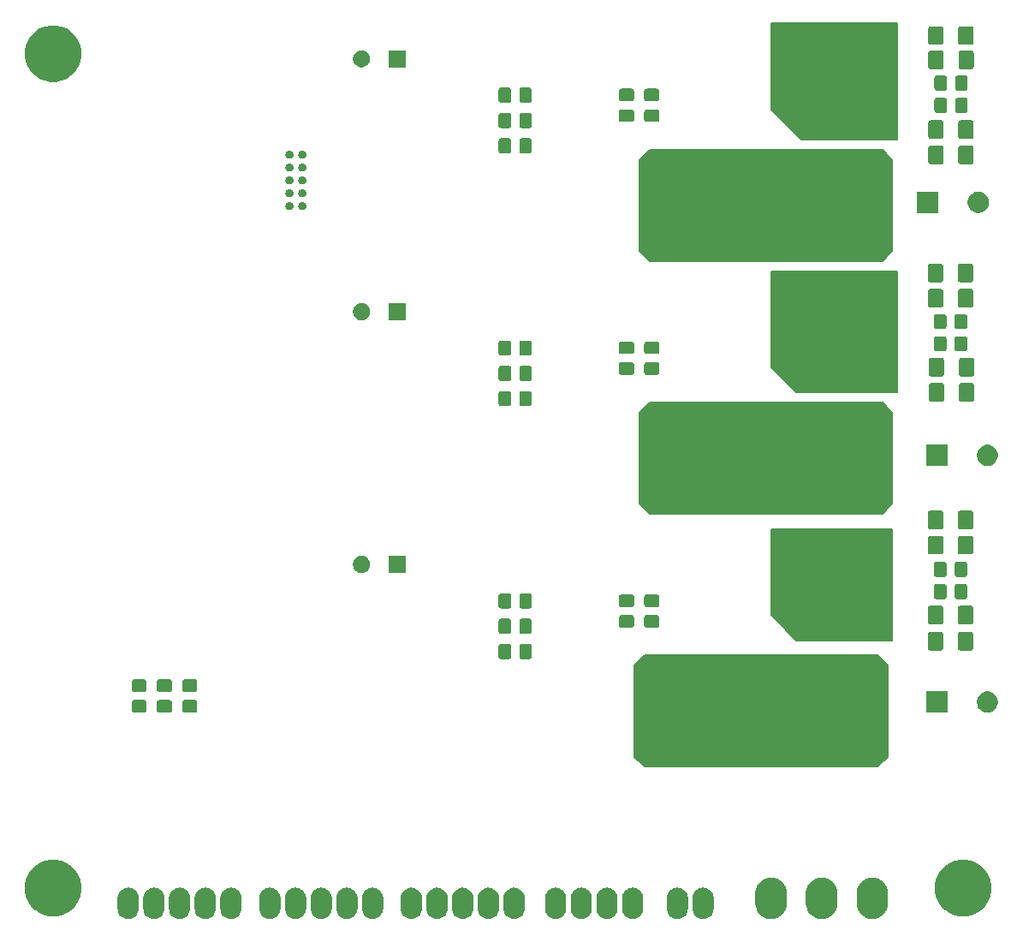
<source format=gbr>
G04 #@! TF.GenerationSoftware,KiCad,Pcbnew,5.0.2+dfsg1-1~bpo9+1*
G04 #@! TF.CreationDate,2020-06-16T21:43:01-06:00*
G04 #@! TF.ProjectId,SCARAMotorFeedbackController,53434152-414d-46f7-946f-724665656462,rev?*
G04 #@! TF.SameCoordinates,Original*
G04 #@! TF.FileFunction,Soldermask,Bot*
G04 #@! TF.FilePolarity,Negative*
%FSLAX46Y46*%
G04 Gerber Fmt 4.6, Leading zero omitted, Abs format (unit mm)*
G04 Created by KiCad (PCBNEW 5.0.2+dfsg1-1~bpo9+1) date Tue 16 Jun 2020 09:43:01 PM MDT*
%MOMM*%
%LPD*%
G01*
G04 APERTURE LIST*
%ADD10C,0.150000*%
%ADD11C,0.100000*%
G04 APERTURE END LIST*
D10*
G36*
X76000000Y40500000D02*
X76000000Y32000000D01*
X78500000Y29500000D01*
X88000000Y29500000D01*
X88000000Y40500000D01*
X76000000Y40500000D01*
G37*
X76000000Y40500000D02*
X76000000Y32000000D01*
X78500000Y29500000D01*
X88000000Y29500000D01*
X88000000Y40500000D01*
X76000000Y40500000D01*
G36*
X76000000Y66000000D02*
X76000000Y56500000D01*
X78500000Y54000000D01*
X88500000Y54000000D01*
X88500000Y66000000D01*
X76000000Y66000000D01*
G37*
X76000000Y66000000D02*
X76000000Y56500000D01*
X78500000Y54000000D01*
X88500000Y54000000D01*
X88500000Y66000000D01*
X76000000Y66000000D01*
G36*
X76000000Y90500000D02*
X76000000Y82000000D01*
X79000000Y79000000D01*
X88500000Y79000000D01*
X88500000Y90500000D01*
X76000000Y90500000D01*
G37*
X76000000Y90500000D02*
X76000000Y82000000D01*
X79000000Y79000000D01*
X88500000Y79000000D01*
X88500000Y90500000D01*
X76000000Y90500000D01*
G36*
X64000000Y53000000D02*
X63000000Y52000000D01*
X63000000Y43000000D01*
X64000000Y42000000D01*
X87000000Y42000000D01*
X88000000Y43000000D01*
X88000000Y52000000D01*
X87000000Y53000000D01*
X80000000Y53000000D01*
X64000000Y53000000D01*
G37*
X64000000Y53000000D02*
X63000000Y52000000D01*
X63000000Y43000000D01*
X64000000Y42000000D01*
X87000000Y42000000D01*
X88000000Y43000000D01*
X88000000Y52000000D01*
X87000000Y53000000D01*
X80000000Y53000000D01*
X64000000Y53000000D01*
G36*
X64000000Y78000000D02*
X63000000Y77000000D01*
X63000000Y68000000D01*
X64000000Y67000000D01*
X87000000Y67000000D01*
X88000000Y68000000D01*
X88000000Y77000000D01*
X87000000Y78000000D01*
X80000000Y78000000D01*
X64000000Y78000000D01*
G37*
X64000000Y78000000D02*
X63000000Y77000000D01*
X63000000Y68000000D01*
X64000000Y67000000D01*
X87000000Y67000000D01*
X88000000Y68000000D01*
X88000000Y77000000D01*
X87000000Y78000000D01*
X80000000Y78000000D01*
X64000000Y78000000D01*
G36*
X63500000Y28000000D02*
X62500000Y27000000D01*
X62500000Y18000000D01*
X63500000Y17000000D01*
X86500000Y17000000D01*
X87500000Y18000000D01*
X87500000Y27000000D01*
X86500000Y28000000D01*
X79500000Y28000000D01*
X63500000Y28000000D01*
G37*
X63500000Y28000000D02*
X62500000Y27000000D01*
X62500000Y18000000D01*
X63500000Y17000000D01*
X86500000Y17000000D01*
X87500000Y18000000D01*
X87500000Y27000000D01*
X86500000Y28000000D01*
X79500000Y28000000D01*
X63500000Y28000000D01*
D11*
G36*
X76303853Y6027572D02*
X76596029Y5938941D01*
X76865300Y5795013D01*
X77101318Y5601318D01*
X77295013Y5365300D01*
X77438941Y5096029D01*
X77527572Y4803853D01*
X77550000Y4576138D01*
X77550000Y3423862D01*
X77527572Y3196147D01*
X77438941Y2903971D01*
X77295013Y2634700D01*
X77101318Y2398682D01*
X76865299Y2204987D01*
X76596028Y2061059D01*
X76303852Y1972428D01*
X76000000Y1942501D01*
X75696147Y1972428D01*
X75403971Y2061059D01*
X75134700Y2204987D01*
X74898682Y2398682D01*
X74704987Y2634701D01*
X74561059Y2903972D01*
X74472428Y3196148D01*
X74450000Y3423863D01*
X74450000Y4576138D01*
X74472428Y4803853D01*
X74561059Y5096029D01*
X74704987Y5365300D01*
X74898683Y5601318D01*
X75134701Y5795013D01*
X75403972Y5938941D01*
X75696148Y6027572D01*
X76000000Y6057499D01*
X76303853Y6027572D01*
X76303853Y6027572D01*
G37*
G36*
X81303853Y6027572D02*
X81596029Y5938941D01*
X81865300Y5795013D01*
X82101318Y5601318D01*
X82295013Y5365300D01*
X82438941Y5096029D01*
X82527572Y4803853D01*
X82550000Y4576138D01*
X82550000Y3423862D01*
X82527572Y3196147D01*
X82438941Y2903971D01*
X82295013Y2634700D01*
X82101318Y2398682D01*
X81865299Y2204987D01*
X81596028Y2061059D01*
X81303852Y1972428D01*
X81000000Y1942501D01*
X80696147Y1972428D01*
X80403971Y2061059D01*
X80134700Y2204987D01*
X79898682Y2398682D01*
X79704987Y2634701D01*
X79561059Y2903972D01*
X79472428Y3196148D01*
X79450000Y3423863D01*
X79450000Y4576138D01*
X79472428Y4803853D01*
X79561059Y5096029D01*
X79704987Y5365300D01*
X79898683Y5601318D01*
X80134701Y5795013D01*
X80403972Y5938941D01*
X80696148Y6027572D01*
X81000000Y6057499D01*
X81303853Y6027572D01*
X81303853Y6027572D01*
G37*
G36*
X86303853Y6027572D02*
X86596029Y5938941D01*
X86865300Y5795013D01*
X87101318Y5601318D01*
X87295013Y5365300D01*
X87438941Y5096029D01*
X87527572Y4803853D01*
X87550000Y4576138D01*
X87550000Y3423862D01*
X87527572Y3196147D01*
X87438941Y2903971D01*
X87295013Y2634700D01*
X87101318Y2398682D01*
X86865299Y2204987D01*
X86596028Y2061059D01*
X86303852Y1972428D01*
X86000000Y1942501D01*
X85696147Y1972428D01*
X85403971Y2061059D01*
X85134700Y2204987D01*
X84898682Y2398682D01*
X84704987Y2634701D01*
X84561059Y2903972D01*
X84472428Y3196148D01*
X84450000Y3423863D01*
X84450000Y4576138D01*
X84472428Y4803853D01*
X84561059Y5096029D01*
X84704987Y5365300D01*
X84898683Y5601318D01*
X85134701Y5795013D01*
X85403972Y5938941D01*
X85696148Y6027572D01*
X86000000Y6057499D01*
X86303853Y6027572D01*
X86303853Y6027572D01*
G37*
G36*
X50785836Y5034807D02*
X50983762Y4974767D01*
X51166171Y4877267D01*
X51326054Y4746054D01*
X51457267Y4586171D01*
X51554767Y4403762D01*
X51614807Y4205836D01*
X51630000Y4051578D01*
X51630000Y2948422D01*
X51614807Y2794164D01*
X51554767Y2596238D01*
X51457267Y2413829D01*
X51326054Y2253946D01*
X51166171Y2122733D01*
X50983761Y2025233D01*
X50785835Y1965193D01*
X50580000Y1944920D01*
X50374164Y1965193D01*
X50176238Y2025233D01*
X49993829Y2122733D01*
X49833946Y2253946D01*
X49702733Y2413829D01*
X49605233Y2596239D01*
X49545193Y2794165D01*
X49530000Y2948423D01*
X49530000Y4051578D01*
X49545194Y4205836D01*
X49545194Y4205840D01*
X49605232Y4403759D01*
X49650079Y4487662D01*
X49702734Y4586171D01*
X49833947Y4746054D01*
X49993830Y4877267D01*
X50176239Y4974767D01*
X50374165Y5034807D01*
X50580000Y5055080D01*
X50785836Y5034807D01*
X50785836Y5034807D01*
G37*
G36*
X69475836Y5034807D02*
X69673762Y4974767D01*
X69856171Y4877267D01*
X70016054Y4746054D01*
X70147267Y4586171D01*
X70244767Y4403762D01*
X70304807Y4205836D01*
X70320000Y4051578D01*
X70320000Y2948422D01*
X70304807Y2794164D01*
X70244767Y2596238D01*
X70147267Y2413829D01*
X70016054Y2253946D01*
X69856171Y2122733D01*
X69673761Y2025233D01*
X69475835Y1965193D01*
X69270000Y1944920D01*
X69064164Y1965193D01*
X68866238Y2025233D01*
X68683829Y2122733D01*
X68523946Y2253946D01*
X68392733Y2413829D01*
X68295233Y2596239D01*
X68235193Y2794165D01*
X68220000Y2948423D01*
X68220000Y4051578D01*
X68235194Y4205836D01*
X68235194Y4205840D01*
X68295232Y4403759D01*
X68340079Y4487662D01*
X68392734Y4586171D01*
X68523947Y4746054D01*
X68683830Y4877267D01*
X68866239Y4974767D01*
X69064165Y5034807D01*
X69270000Y5055080D01*
X69475836Y5034807D01*
X69475836Y5034807D01*
G37*
G36*
X66935836Y5034807D02*
X67133762Y4974767D01*
X67316171Y4877267D01*
X67476054Y4746054D01*
X67607267Y4586171D01*
X67704767Y4403762D01*
X67764807Y4205836D01*
X67780000Y4051578D01*
X67780000Y2948422D01*
X67764807Y2794164D01*
X67704767Y2596238D01*
X67607267Y2413829D01*
X67476054Y2253946D01*
X67316171Y2122733D01*
X67133761Y2025233D01*
X66935835Y1965193D01*
X66730000Y1944920D01*
X66524164Y1965193D01*
X66326238Y2025233D01*
X66143829Y2122733D01*
X65983946Y2253946D01*
X65852733Y2413829D01*
X65755233Y2596239D01*
X65695193Y2794165D01*
X65680000Y2948423D01*
X65680000Y4051578D01*
X65695194Y4205836D01*
X65695194Y4205840D01*
X65755232Y4403759D01*
X65800079Y4487662D01*
X65852734Y4586171D01*
X65983947Y4746054D01*
X66143830Y4877267D01*
X66326239Y4974767D01*
X66524165Y5034807D01*
X66730000Y5055080D01*
X66935836Y5034807D01*
X66935836Y5034807D01*
G37*
G36*
X22785836Y5034807D02*
X22983762Y4974767D01*
X23166171Y4877267D01*
X23326054Y4746054D01*
X23457267Y4586171D01*
X23554767Y4403762D01*
X23614807Y4205836D01*
X23630000Y4051578D01*
X23630000Y2948422D01*
X23614807Y2794164D01*
X23554767Y2596238D01*
X23457267Y2413829D01*
X23326054Y2253946D01*
X23166171Y2122733D01*
X22983761Y2025233D01*
X22785835Y1965193D01*
X22580000Y1944920D01*
X22374164Y1965193D01*
X22176238Y2025233D01*
X21993829Y2122733D01*
X21833946Y2253946D01*
X21702733Y2413829D01*
X21605233Y2596239D01*
X21545193Y2794165D01*
X21530000Y2948423D01*
X21530000Y4051578D01*
X21545194Y4205836D01*
X21545194Y4205840D01*
X21605232Y4403759D01*
X21650079Y4487662D01*
X21702734Y4586171D01*
X21833947Y4746054D01*
X21993830Y4877267D01*
X22176239Y4974767D01*
X22374165Y5034807D01*
X22580000Y5055080D01*
X22785836Y5034807D01*
X22785836Y5034807D01*
G37*
G36*
X20245836Y5034807D02*
X20443762Y4974767D01*
X20626171Y4877267D01*
X20786054Y4746054D01*
X20917267Y4586171D01*
X21014767Y4403762D01*
X21074807Y4205836D01*
X21090000Y4051578D01*
X21090000Y2948422D01*
X21074807Y2794164D01*
X21014767Y2596238D01*
X20917267Y2413829D01*
X20786054Y2253946D01*
X20626171Y2122733D01*
X20443761Y2025233D01*
X20245835Y1965193D01*
X20040000Y1944920D01*
X19834164Y1965193D01*
X19636238Y2025233D01*
X19453829Y2122733D01*
X19293946Y2253946D01*
X19162733Y2413829D01*
X19065233Y2596239D01*
X19005193Y2794165D01*
X18990000Y2948423D01*
X18990000Y4051578D01*
X19005194Y4205836D01*
X19005194Y4205840D01*
X19065232Y4403759D01*
X19110079Y4487662D01*
X19162734Y4586171D01*
X19293947Y4746054D01*
X19453830Y4877267D01*
X19636239Y4974767D01*
X19834165Y5034807D01*
X20040000Y5055080D01*
X20245836Y5034807D01*
X20245836Y5034807D01*
G37*
G36*
X17705836Y5034807D02*
X17903762Y4974767D01*
X18086171Y4877267D01*
X18246054Y4746054D01*
X18377267Y4586171D01*
X18474767Y4403762D01*
X18534807Y4205836D01*
X18550000Y4051578D01*
X18550000Y2948422D01*
X18534807Y2794164D01*
X18474767Y2596238D01*
X18377267Y2413829D01*
X18246054Y2253946D01*
X18086171Y2122733D01*
X17903761Y2025233D01*
X17705835Y1965193D01*
X17500000Y1944920D01*
X17294164Y1965193D01*
X17096238Y2025233D01*
X16913829Y2122733D01*
X16753946Y2253946D01*
X16622733Y2413829D01*
X16525233Y2596239D01*
X16465193Y2794165D01*
X16450000Y2948423D01*
X16450000Y4051578D01*
X16465194Y4205836D01*
X16465194Y4205840D01*
X16525232Y4403759D01*
X16570079Y4487662D01*
X16622734Y4586171D01*
X16753947Y4746054D01*
X16913830Y4877267D01*
X17096239Y4974767D01*
X17294165Y5034807D01*
X17500000Y5055080D01*
X17705836Y5034807D01*
X17705836Y5034807D01*
G37*
G36*
X15165836Y5034807D02*
X15363762Y4974767D01*
X15546171Y4877267D01*
X15706054Y4746054D01*
X15837267Y4586171D01*
X15934767Y4403762D01*
X15994807Y4205836D01*
X16010000Y4051578D01*
X16010000Y2948422D01*
X15994807Y2794164D01*
X15934767Y2596238D01*
X15837267Y2413829D01*
X15706054Y2253946D01*
X15546171Y2122733D01*
X15363761Y2025233D01*
X15165835Y1965193D01*
X14960000Y1944920D01*
X14754164Y1965193D01*
X14556238Y2025233D01*
X14373829Y2122733D01*
X14213946Y2253946D01*
X14082733Y2413829D01*
X13985233Y2596239D01*
X13925193Y2794165D01*
X13910000Y2948423D01*
X13910000Y4051578D01*
X13925194Y4205836D01*
X13925194Y4205840D01*
X13985232Y4403759D01*
X14030079Y4487662D01*
X14082734Y4586171D01*
X14213947Y4746054D01*
X14373830Y4877267D01*
X14556239Y4974767D01*
X14754165Y5034807D01*
X14960000Y5055080D01*
X15165836Y5034807D01*
X15165836Y5034807D01*
G37*
G36*
X12625836Y5034807D02*
X12823762Y4974767D01*
X13006171Y4877267D01*
X13166054Y4746054D01*
X13297267Y4586171D01*
X13394767Y4403762D01*
X13454807Y4205836D01*
X13470000Y4051578D01*
X13470000Y2948422D01*
X13454807Y2794164D01*
X13394767Y2596238D01*
X13297267Y2413829D01*
X13166054Y2253946D01*
X13006171Y2122733D01*
X12823761Y2025233D01*
X12625835Y1965193D01*
X12420000Y1944920D01*
X12214164Y1965193D01*
X12016238Y2025233D01*
X11833829Y2122733D01*
X11673946Y2253946D01*
X11542733Y2413829D01*
X11445233Y2596239D01*
X11385193Y2794165D01*
X11370000Y2948423D01*
X11370000Y4051578D01*
X11385194Y4205836D01*
X11385194Y4205840D01*
X11445232Y4403759D01*
X11490079Y4487662D01*
X11542734Y4586171D01*
X11673947Y4746054D01*
X11833830Y4877267D01*
X12016239Y4974767D01*
X12214165Y5034807D01*
X12420000Y5055080D01*
X12625836Y5034807D01*
X12625836Y5034807D01*
G37*
G36*
X26625836Y5034807D02*
X26823762Y4974767D01*
X27006171Y4877267D01*
X27166054Y4746054D01*
X27297267Y4586171D01*
X27394767Y4403762D01*
X27454807Y4205836D01*
X27470000Y4051578D01*
X27470000Y2948422D01*
X27454807Y2794164D01*
X27394767Y2596238D01*
X27297267Y2413829D01*
X27166054Y2253946D01*
X27006171Y2122733D01*
X26823761Y2025233D01*
X26625835Y1965193D01*
X26420000Y1944920D01*
X26214164Y1965193D01*
X26016238Y2025233D01*
X25833829Y2122733D01*
X25673946Y2253946D01*
X25542733Y2413829D01*
X25445233Y2596239D01*
X25385193Y2794165D01*
X25370000Y2948423D01*
X25370000Y4051578D01*
X25385194Y4205836D01*
X25385194Y4205840D01*
X25445232Y4403759D01*
X25490079Y4487662D01*
X25542734Y4586171D01*
X25673947Y4746054D01*
X25833830Y4877267D01*
X26016239Y4974767D01*
X26214165Y5034807D01*
X26420000Y5055080D01*
X26625836Y5034807D01*
X26625836Y5034807D01*
G37*
G36*
X29165836Y5034807D02*
X29363762Y4974767D01*
X29546171Y4877267D01*
X29706054Y4746054D01*
X29837267Y4586171D01*
X29934767Y4403762D01*
X29994807Y4205836D01*
X30010000Y4051578D01*
X30010000Y2948422D01*
X29994807Y2794164D01*
X29934767Y2596238D01*
X29837267Y2413829D01*
X29706054Y2253946D01*
X29546171Y2122733D01*
X29363761Y2025233D01*
X29165835Y1965193D01*
X28960000Y1944920D01*
X28754164Y1965193D01*
X28556238Y2025233D01*
X28373829Y2122733D01*
X28213946Y2253946D01*
X28082733Y2413829D01*
X27985233Y2596239D01*
X27925193Y2794165D01*
X27910000Y2948423D01*
X27910000Y4051578D01*
X27925194Y4205836D01*
X27925194Y4205840D01*
X27985232Y4403759D01*
X28030079Y4487662D01*
X28082734Y4586171D01*
X28213947Y4746054D01*
X28373830Y4877267D01*
X28556239Y4974767D01*
X28754165Y5034807D01*
X28960000Y5055080D01*
X29165836Y5034807D01*
X29165836Y5034807D01*
G37*
G36*
X31705836Y5034807D02*
X31903762Y4974767D01*
X32086171Y4877267D01*
X32246054Y4746054D01*
X32377267Y4586171D01*
X32474767Y4403762D01*
X32534807Y4205836D01*
X32550000Y4051578D01*
X32550000Y2948422D01*
X32534807Y2794164D01*
X32474767Y2596238D01*
X32377267Y2413829D01*
X32246054Y2253946D01*
X32086171Y2122733D01*
X31903761Y2025233D01*
X31705835Y1965193D01*
X31500000Y1944920D01*
X31294164Y1965193D01*
X31096238Y2025233D01*
X30913829Y2122733D01*
X30753946Y2253946D01*
X30622733Y2413829D01*
X30525233Y2596239D01*
X30465193Y2794165D01*
X30450000Y2948423D01*
X30450000Y4051578D01*
X30465194Y4205836D01*
X30465194Y4205840D01*
X30525232Y4403759D01*
X30570079Y4487662D01*
X30622734Y4586171D01*
X30753947Y4746054D01*
X30913830Y4877267D01*
X31096239Y4974767D01*
X31294165Y5034807D01*
X31500000Y5055080D01*
X31705836Y5034807D01*
X31705836Y5034807D01*
G37*
G36*
X36785836Y5034807D02*
X36983762Y4974767D01*
X37166171Y4877267D01*
X37326054Y4746054D01*
X37457267Y4586171D01*
X37554767Y4403762D01*
X37614807Y4205836D01*
X37630000Y4051578D01*
X37630000Y2948422D01*
X37614807Y2794164D01*
X37554767Y2596238D01*
X37457267Y2413829D01*
X37326054Y2253946D01*
X37166171Y2122733D01*
X36983761Y2025233D01*
X36785835Y1965193D01*
X36580000Y1944920D01*
X36374164Y1965193D01*
X36176238Y2025233D01*
X35993829Y2122733D01*
X35833946Y2253946D01*
X35702733Y2413829D01*
X35605233Y2596239D01*
X35545193Y2794165D01*
X35530000Y2948423D01*
X35530000Y4051578D01*
X35545194Y4205836D01*
X35545194Y4205840D01*
X35605232Y4403759D01*
X35650079Y4487662D01*
X35702734Y4586171D01*
X35833947Y4746054D01*
X35993830Y4877267D01*
X36176239Y4974767D01*
X36374165Y5034807D01*
X36580000Y5055080D01*
X36785836Y5034807D01*
X36785836Y5034807D01*
G37*
G36*
X40625836Y5034807D02*
X40823762Y4974767D01*
X41006171Y4877267D01*
X41166054Y4746054D01*
X41297267Y4586171D01*
X41394767Y4403762D01*
X41454807Y4205836D01*
X41470000Y4051578D01*
X41470000Y2948422D01*
X41454807Y2794164D01*
X41394767Y2596238D01*
X41297267Y2413829D01*
X41166054Y2253946D01*
X41006171Y2122733D01*
X40823761Y2025233D01*
X40625835Y1965193D01*
X40420000Y1944920D01*
X40214164Y1965193D01*
X40016238Y2025233D01*
X39833829Y2122733D01*
X39673946Y2253946D01*
X39542733Y2413829D01*
X39445233Y2596239D01*
X39385193Y2794165D01*
X39370000Y2948423D01*
X39370000Y4051578D01*
X39385194Y4205836D01*
X39385194Y4205840D01*
X39445232Y4403759D01*
X39490079Y4487662D01*
X39542734Y4586171D01*
X39673947Y4746054D01*
X39833830Y4877267D01*
X40016239Y4974767D01*
X40214165Y5034807D01*
X40420000Y5055080D01*
X40625836Y5034807D01*
X40625836Y5034807D01*
G37*
G36*
X54895836Y5034807D02*
X55093762Y4974767D01*
X55276171Y4877267D01*
X55436054Y4746054D01*
X55567267Y4586171D01*
X55664767Y4403762D01*
X55724807Y4205836D01*
X55740000Y4051578D01*
X55740000Y2948422D01*
X55724807Y2794164D01*
X55664767Y2596238D01*
X55567267Y2413829D01*
X55436054Y2253946D01*
X55276171Y2122733D01*
X55093761Y2025233D01*
X54895835Y1965193D01*
X54690000Y1944920D01*
X54484164Y1965193D01*
X54286238Y2025233D01*
X54103829Y2122733D01*
X53943946Y2253946D01*
X53812733Y2413829D01*
X53715233Y2596239D01*
X53655193Y2794165D01*
X53640000Y2948423D01*
X53640000Y4051578D01*
X53655194Y4205836D01*
X53655194Y4205840D01*
X53715232Y4403759D01*
X53760079Y4487662D01*
X53812734Y4586171D01*
X53943947Y4746054D01*
X54103830Y4877267D01*
X54286239Y4974767D01*
X54484165Y5034807D01*
X54690000Y5055080D01*
X54895836Y5034807D01*
X54895836Y5034807D01*
G37*
G36*
X57435836Y5034807D02*
X57633762Y4974767D01*
X57816171Y4877267D01*
X57976054Y4746054D01*
X58107267Y4586171D01*
X58204767Y4403762D01*
X58264807Y4205836D01*
X58280000Y4051578D01*
X58280000Y2948422D01*
X58264807Y2794164D01*
X58204767Y2596238D01*
X58107267Y2413829D01*
X57976054Y2253946D01*
X57816171Y2122733D01*
X57633761Y2025233D01*
X57435835Y1965193D01*
X57230000Y1944920D01*
X57024164Y1965193D01*
X56826238Y2025233D01*
X56643829Y2122733D01*
X56483946Y2253946D01*
X56352733Y2413829D01*
X56255233Y2596239D01*
X56195193Y2794165D01*
X56180000Y2948423D01*
X56180000Y4051578D01*
X56195194Y4205836D01*
X56195194Y4205840D01*
X56255232Y4403759D01*
X56300079Y4487662D01*
X56352734Y4586171D01*
X56483947Y4746054D01*
X56643830Y4877267D01*
X56826239Y4974767D01*
X57024165Y5034807D01*
X57230000Y5055080D01*
X57435836Y5034807D01*
X57435836Y5034807D01*
G37*
G36*
X59975836Y5034807D02*
X60173762Y4974767D01*
X60356171Y4877267D01*
X60516054Y4746054D01*
X60647267Y4586171D01*
X60744767Y4403762D01*
X60804807Y4205836D01*
X60820000Y4051578D01*
X60820000Y2948422D01*
X60804807Y2794164D01*
X60744767Y2596238D01*
X60647267Y2413829D01*
X60516054Y2253946D01*
X60356171Y2122733D01*
X60173761Y2025233D01*
X59975835Y1965193D01*
X59770000Y1944920D01*
X59564164Y1965193D01*
X59366238Y2025233D01*
X59183829Y2122733D01*
X59023946Y2253946D01*
X58892733Y2413829D01*
X58795233Y2596239D01*
X58735193Y2794165D01*
X58720000Y2948423D01*
X58720000Y4051578D01*
X58735194Y4205836D01*
X58735194Y4205840D01*
X58795232Y4403759D01*
X58840079Y4487662D01*
X58892734Y4586171D01*
X59023947Y4746054D01*
X59183830Y4877267D01*
X59366239Y4974767D01*
X59564165Y5034807D01*
X59770000Y5055080D01*
X59975836Y5034807D01*
X59975836Y5034807D01*
G37*
G36*
X62515836Y5034807D02*
X62713762Y4974767D01*
X62896171Y4877267D01*
X63056054Y4746054D01*
X63187267Y4586171D01*
X63284767Y4403762D01*
X63344807Y4205836D01*
X63360000Y4051578D01*
X63360000Y2948422D01*
X63344807Y2794164D01*
X63284767Y2596238D01*
X63187267Y2413829D01*
X63056054Y2253946D01*
X62896171Y2122733D01*
X62713761Y2025233D01*
X62515835Y1965193D01*
X62310000Y1944920D01*
X62104164Y1965193D01*
X61906238Y2025233D01*
X61723829Y2122733D01*
X61563946Y2253946D01*
X61432733Y2413829D01*
X61335233Y2596239D01*
X61275193Y2794165D01*
X61260000Y2948423D01*
X61260000Y4051578D01*
X61275194Y4205836D01*
X61275194Y4205840D01*
X61335232Y4403759D01*
X61380079Y4487662D01*
X61432734Y4586171D01*
X61563947Y4746054D01*
X61723830Y4877267D01*
X61906239Y4974767D01*
X62104165Y5034807D01*
X62310000Y5055080D01*
X62515836Y5034807D01*
X62515836Y5034807D01*
G37*
G36*
X43165836Y5034807D02*
X43363762Y4974767D01*
X43546171Y4877267D01*
X43706054Y4746054D01*
X43837267Y4586171D01*
X43934767Y4403762D01*
X43994807Y4205836D01*
X44010000Y4051578D01*
X44010000Y2948422D01*
X43994807Y2794164D01*
X43934767Y2596238D01*
X43837267Y2413829D01*
X43706054Y2253946D01*
X43546171Y2122733D01*
X43363761Y2025233D01*
X43165835Y1965193D01*
X42960000Y1944920D01*
X42754164Y1965193D01*
X42556238Y2025233D01*
X42373829Y2122733D01*
X42213946Y2253946D01*
X42082733Y2413829D01*
X41985233Y2596239D01*
X41925193Y2794165D01*
X41910000Y2948423D01*
X41910000Y4051578D01*
X41925194Y4205836D01*
X41925194Y4205840D01*
X41985232Y4403759D01*
X42030079Y4487662D01*
X42082734Y4586171D01*
X42213947Y4746054D01*
X42373830Y4877267D01*
X42556239Y4974767D01*
X42754165Y5034807D01*
X42960000Y5055080D01*
X43165836Y5034807D01*
X43165836Y5034807D01*
G37*
G36*
X45705836Y5034807D02*
X45903762Y4974767D01*
X46086171Y4877267D01*
X46246054Y4746054D01*
X46377267Y4586171D01*
X46474767Y4403762D01*
X46534807Y4205836D01*
X46550000Y4051578D01*
X46550000Y2948422D01*
X46534807Y2794164D01*
X46474767Y2596238D01*
X46377267Y2413829D01*
X46246054Y2253946D01*
X46086171Y2122733D01*
X45903761Y2025233D01*
X45705835Y1965193D01*
X45500000Y1944920D01*
X45294164Y1965193D01*
X45096238Y2025233D01*
X44913829Y2122733D01*
X44753946Y2253946D01*
X44622733Y2413829D01*
X44525233Y2596239D01*
X44465193Y2794165D01*
X44450000Y2948423D01*
X44450000Y4051578D01*
X44465194Y4205836D01*
X44465194Y4205840D01*
X44525232Y4403759D01*
X44570079Y4487662D01*
X44622734Y4586171D01*
X44753947Y4746054D01*
X44913830Y4877267D01*
X45096239Y4974767D01*
X45294165Y5034807D01*
X45500000Y5055080D01*
X45705836Y5034807D01*
X45705836Y5034807D01*
G37*
G36*
X48245836Y5034807D02*
X48443762Y4974767D01*
X48626171Y4877267D01*
X48786054Y4746054D01*
X48917267Y4586171D01*
X49014767Y4403762D01*
X49074807Y4205836D01*
X49090000Y4051578D01*
X49090000Y2948422D01*
X49074807Y2794164D01*
X49014767Y2596238D01*
X48917267Y2413829D01*
X48786054Y2253946D01*
X48626171Y2122733D01*
X48443761Y2025233D01*
X48245835Y1965193D01*
X48040000Y1944920D01*
X47834164Y1965193D01*
X47636238Y2025233D01*
X47453829Y2122733D01*
X47293946Y2253946D01*
X47162733Y2413829D01*
X47065233Y2596239D01*
X47005193Y2794165D01*
X46990000Y2948423D01*
X46990000Y4051578D01*
X47005194Y4205836D01*
X47005194Y4205840D01*
X47065232Y4403759D01*
X47110079Y4487662D01*
X47162734Y4586171D01*
X47293947Y4746054D01*
X47453830Y4877267D01*
X47636239Y4974767D01*
X47834165Y5034807D01*
X48040000Y5055080D01*
X48245836Y5034807D01*
X48245836Y5034807D01*
G37*
G36*
X34245836Y5034807D02*
X34443762Y4974767D01*
X34626171Y4877267D01*
X34786054Y4746054D01*
X34917267Y4586171D01*
X35014767Y4403762D01*
X35074807Y4205836D01*
X35090000Y4051578D01*
X35090000Y2948422D01*
X35074807Y2794164D01*
X35014767Y2596238D01*
X34917267Y2413829D01*
X34786054Y2253946D01*
X34626171Y2122733D01*
X34443761Y2025233D01*
X34245835Y1965193D01*
X34040000Y1944920D01*
X33834164Y1965193D01*
X33636238Y2025233D01*
X33453829Y2122733D01*
X33293946Y2253946D01*
X33162733Y2413829D01*
X33065233Y2596239D01*
X33005193Y2794165D01*
X32990000Y2948423D01*
X32990000Y4051578D01*
X33005194Y4205836D01*
X33005194Y4205840D01*
X33065232Y4403759D01*
X33110079Y4487662D01*
X33162734Y4586171D01*
X33293947Y4746054D01*
X33453830Y4877267D01*
X33636239Y4974767D01*
X33834165Y5034807D01*
X34040000Y5055080D01*
X34245836Y5034807D01*
X34245836Y5034807D01*
G37*
G36*
X95816730Y7692398D02*
X96326297Y7481328D01*
X96784896Y7174902D01*
X97174902Y6784896D01*
X97481328Y6326297D01*
X97692398Y5816730D01*
X97800000Y5275776D01*
X97800000Y4724224D01*
X97692398Y4183270D01*
X97481328Y3673703D01*
X97174903Y3215105D01*
X96784895Y2825097D01*
X96738600Y2794164D01*
X96326297Y2518672D01*
X95816730Y2307602D01*
X95275776Y2200000D01*
X94724224Y2200000D01*
X94183270Y2307602D01*
X93673703Y2518672D01*
X93261400Y2794164D01*
X93215105Y2825097D01*
X92825097Y3215105D01*
X92518672Y3673703D01*
X92307602Y4183270D01*
X92200000Y4724224D01*
X92200000Y5275776D01*
X92307602Y5816730D01*
X92518672Y6326297D01*
X92825098Y6784896D01*
X93215104Y7174902D01*
X93673703Y7481328D01*
X94183270Y7692398D01*
X94724224Y7800000D01*
X95275776Y7800000D01*
X95816730Y7692398D01*
X95816730Y7692398D01*
G37*
G36*
X5816730Y7692398D02*
X6326297Y7481328D01*
X6784896Y7174902D01*
X7174902Y6784896D01*
X7481328Y6326297D01*
X7692398Y5816730D01*
X7800000Y5275776D01*
X7800000Y4724224D01*
X7692398Y4183270D01*
X7481328Y3673703D01*
X7174903Y3215105D01*
X6784895Y2825097D01*
X6738600Y2794164D01*
X6326297Y2518672D01*
X5816730Y2307602D01*
X5275776Y2200000D01*
X4724224Y2200000D01*
X4183270Y2307602D01*
X3673703Y2518672D01*
X3261400Y2794164D01*
X3215105Y2825097D01*
X2825097Y3215105D01*
X2518672Y3673703D01*
X2307602Y4183270D01*
X2200000Y4724224D01*
X2200000Y5275776D01*
X2307602Y5816730D01*
X2518672Y6326297D01*
X2825098Y6784896D01*
X3215104Y7174902D01*
X3673703Y7481328D01*
X4183270Y7692398D01*
X4724224Y7800000D01*
X5275776Y7800000D01*
X5816730Y7692398D01*
X5816730Y7692398D01*
G37*
G36*
X19042629Y23594931D02*
X19090925Y23580281D01*
X19135445Y23556484D01*
X19174463Y23524463D01*
X19206484Y23485445D01*
X19230281Y23440925D01*
X19244931Y23392629D01*
X19250000Y23341160D01*
X19250000Y22608840D01*
X19244931Y22557371D01*
X19230281Y22509075D01*
X19206484Y22464555D01*
X19174463Y22425537D01*
X19135445Y22393516D01*
X19090925Y22369719D01*
X19042629Y22355069D01*
X18991160Y22350000D01*
X18008840Y22350000D01*
X17957371Y22355069D01*
X17909075Y22369719D01*
X17864555Y22393516D01*
X17825537Y22425537D01*
X17793516Y22464555D01*
X17769719Y22509075D01*
X17755069Y22557371D01*
X17750000Y22608840D01*
X17750000Y23341160D01*
X17755069Y23392629D01*
X17769719Y23440925D01*
X17793516Y23485445D01*
X17825537Y23524463D01*
X17864555Y23556484D01*
X17909075Y23580281D01*
X17957371Y23594931D01*
X18008840Y23600000D01*
X18991160Y23600000D01*
X19042629Y23594931D01*
X19042629Y23594931D01*
G37*
G36*
X14042629Y23594931D02*
X14090925Y23580281D01*
X14135445Y23556484D01*
X14174463Y23524463D01*
X14206484Y23485445D01*
X14230281Y23440925D01*
X14244931Y23392629D01*
X14250000Y23341160D01*
X14250000Y22608840D01*
X14244931Y22557371D01*
X14230281Y22509075D01*
X14206484Y22464555D01*
X14174463Y22425537D01*
X14135445Y22393516D01*
X14090925Y22369719D01*
X14042629Y22355069D01*
X13991160Y22350000D01*
X13008840Y22350000D01*
X12957371Y22355069D01*
X12909075Y22369719D01*
X12864555Y22393516D01*
X12825537Y22425537D01*
X12793516Y22464555D01*
X12769719Y22509075D01*
X12755069Y22557371D01*
X12750000Y22608840D01*
X12750000Y23341160D01*
X12755069Y23392629D01*
X12769719Y23440925D01*
X12793516Y23485445D01*
X12825537Y23524463D01*
X12864555Y23556484D01*
X12909075Y23580281D01*
X12957371Y23594931D01*
X13008840Y23600000D01*
X13991160Y23600000D01*
X14042629Y23594931D01*
X14042629Y23594931D01*
G37*
G36*
X16542629Y23594931D02*
X16590925Y23580281D01*
X16635445Y23556484D01*
X16674463Y23524463D01*
X16706484Y23485445D01*
X16730281Y23440925D01*
X16744931Y23392629D01*
X16750000Y23341160D01*
X16750000Y22608840D01*
X16744931Y22557371D01*
X16730281Y22509075D01*
X16706484Y22464555D01*
X16674463Y22425537D01*
X16635445Y22393516D01*
X16590925Y22369719D01*
X16542629Y22355069D01*
X16491160Y22350000D01*
X15508840Y22350000D01*
X15457371Y22355069D01*
X15409075Y22369719D01*
X15364555Y22393516D01*
X15325537Y22425537D01*
X15293516Y22464555D01*
X15269719Y22509075D01*
X15255069Y22557371D01*
X15250000Y22608840D01*
X15250000Y23341160D01*
X15255069Y23392629D01*
X15269719Y23440925D01*
X15293516Y23485445D01*
X15325537Y23524463D01*
X15364555Y23556484D01*
X15409075Y23580281D01*
X15457371Y23594931D01*
X15508840Y23600000D01*
X16491160Y23600000D01*
X16542629Y23594931D01*
X16542629Y23594931D01*
G37*
G36*
X93450000Y22350000D02*
X91350000Y22350000D01*
X91350000Y24450000D01*
X93450000Y24450000D01*
X93450000Y22350000D01*
X93450000Y22350000D01*
G37*
G36*
X97706274Y24409650D02*
X97897362Y24330498D01*
X98069336Y24215589D01*
X98215589Y24069336D01*
X98330498Y23897362D01*
X98409650Y23706274D01*
X98450000Y23503416D01*
X98450000Y23296584D01*
X98409650Y23093726D01*
X98330498Y22902638D01*
X98215589Y22730664D01*
X98069336Y22584411D01*
X97897362Y22469502D01*
X97706274Y22390350D01*
X97503416Y22350000D01*
X97296584Y22350000D01*
X97093726Y22390350D01*
X96902638Y22469502D01*
X96730664Y22584411D01*
X96584411Y22730664D01*
X96469502Y22902638D01*
X96390350Y23093726D01*
X96350000Y23296584D01*
X96350000Y23503416D01*
X96390350Y23706274D01*
X96469502Y23897362D01*
X96584411Y24069336D01*
X96730664Y24215589D01*
X96902638Y24330498D01*
X97093726Y24409650D01*
X97296584Y24450000D01*
X97503416Y24450000D01*
X97706274Y24409650D01*
X97706274Y24409650D01*
G37*
G36*
X14042629Y25644931D02*
X14090925Y25630281D01*
X14135445Y25606484D01*
X14174463Y25574463D01*
X14206484Y25535445D01*
X14230281Y25490925D01*
X14244931Y25442629D01*
X14250000Y25391160D01*
X14250000Y24658840D01*
X14244931Y24607371D01*
X14230281Y24559075D01*
X14206484Y24514555D01*
X14174463Y24475537D01*
X14135445Y24443516D01*
X14090925Y24419719D01*
X14042629Y24405069D01*
X13991160Y24400000D01*
X13008840Y24400000D01*
X12957371Y24405069D01*
X12909075Y24419719D01*
X12864555Y24443516D01*
X12825537Y24475537D01*
X12793516Y24514555D01*
X12769719Y24559075D01*
X12755069Y24607371D01*
X12750000Y24658840D01*
X12750000Y25391160D01*
X12755069Y25442629D01*
X12769719Y25490925D01*
X12793516Y25535445D01*
X12825537Y25574463D01*
X12864555Y25606484D01*
X12909075Y25630281D01*
X12957371Y25644931D01*
X13008840Y25650000D01*
X13991160Y25650000D01*
X14042629Y25644931D01*
X14042629Y25644931D01*
G37*
G36*
X19042629Y25644931D02*
X19090925Y25630281D01*
X19135445Y25606484D01*
X19174463Y25574463D01*
X19206484Y25535445D01*
X19230281Y25490925D01*
X19244931Y25442629D01*
X19250000Y25391160D01*
X19250000Y24658840D01*
X19244931Y24607371D01*
X19230281Y24559075D01*
X19206484Y24514555D01*
X19174463Y24475537D01*
X19135445Y24443516D01*
X19090925Y24419719D01*
X19042629Y24405069D01*
X18991160Y24400000D01*
X18008840Y24400000D01*
X17957371Y24405069D01*
X17909075Y24419719D01*
X17864555Y24443516D01*
X17825537Y24475537D01*
X17793516Y24514555D01*
X17769719Y24559075D01*
X17755069Y24607371D01*
X17750000Y24658840D01*
X17750000Y25391160D01*
X17755069Y25442629D01*
X17769719Y25490925D01*
X17793516Y25535445D01*
X17825537Y25574463D01*
X17864555Y25606484D01*
X17909075Y25630281D01*
X17957371Y25644931D01*
X18008840Y25650000D01*
X18991160Y25650000D01*
X19042629Y25644931D01*
X19042629Y25644931D01*
G37*
G36*
X16542629Y25644931D02*
X16590925Y25630281D01*
X16635445Y25606484D01*
X16674463Y25574463D01*
X16706484Y25535445D01*
X16730281Y25490925D01*
X16744931Y25442629D01*
X16750000Y25391160D01*
X16750000Y24658840D01*
X16744931Y24607371D01*
X16730281Y24559075D01*
X16706484Y24514555D01*
X16674463Y24475537D01*
X16635445Y24443516D01*
X16590925Y24419719D01*
X16542629Y24405069D01*
X16491160Y24400000D01*
X15508840Y24400000D01*
X15457371Y24405069D01*
X15409075Y24419719D01*
X15364555Y24443516D01*
X15325537Y24475537D01*
X15293516Y24514555D01*
X15269719Y24559075D01*
X15255069Y24607371D01*
X15250000Y24658840D01*
X15250000Y25391160D01*
X15255069Y25442629D01*
X15269719Y25490925D01*
X15293516Y25535445D01*
X15325537Y25574463D01*
X15364555Y25606484D01*
X15409075Y25630281D01*
X15457371Y25644931D01*
X15508840Y25650000D01*
X16491160Y25650000D01*
X16542629Y25644931D01*
X16542629Y25644931D01*
G37*
G36*
X50092629Y29144931D02*
X50140925Y29130281D01*
X50185445Y29106484D01*
X50224463Y29074463D01*
X50256484Y29035445D01*
X50280281Y28990925D01*
X50294931Y28942629D01*
X50300000Y28891160D01*
X50300000Y27908840D01*
X50294931Y27857371D01*
X50280281Y27809075D01*
X50256484Y27764555D01*
X50224463Y27725537D01*
X50185445Y27693516D01*
X50140925Y27669719D01*
X50092629Y27655069D01*
X50041160Y27650000D01*
X49308840Y27650000D01*
X49257371Y27655069D01*
X49209075Y27669719D01*
X49164555Y27693516D01*
X49125537Y27725537D01*
X49093516Y27764555D01*
X49069719Y27809075D01*
X49055069Y27857371D01*
X49050000Y27908840D01*
X49050000Y28891160D01*
X49055069Y28942629D01*
X49069719Y28990925D01*
X49093516Y29035445D01*
X49125537Y29074463D01*
X49164555Y29106484D01*
X49209075Y29130281D01*
X49257371Y29144931D01*
X49308840Y29150000D01*
X50041160Y29150000D01*
X50092629Y29144931D01*
X50092629Y29144931D01*
G37*
G36*
X52142629Y29144931D02*
X52190925Y29130281D01*
X52235445Y29106484D01*
X52274463Y29074463D01*
X52306484Y29035445D01*
X52330281Y28990925D01*
X52344931Y28942629D01*
X52350000Y28891160D01*
X52350000Y27908840D01*
X52344931Y27857371D01*
X52330281Y27809075D01*
X52306484Y27764555D01*
X52274463Y27725537D01*
X52235445Y27693516D01*
X52190925Y27669719D01*
X52142629Y27655069D01*
X52091160Y27650000D01*
X51358840Y27650000D01*
X51307371Y27655069D01*
X51259075Y27669719D01*
X51214555Y27693516D01*
X51175537Y27725537D01*
X51143516Y27764555D01*
X51119719Y27809075D01*
X51105069Y27857371D01*
X51100000Y27908840D01*
X51100000Y28891160D01*
X51105069Y28942629D01*
X51119719Y28990925D01*
X51143516Y29035445D01*
X51175537Y29074463D01*
X51214555Y29106484D01*
X51259075Y29130281D01*
X51307371Y29144931D01*
X51358840Y29150000D01*
X52091160Y29150000D01*
X52142629Y29144931D01*
X52142629Y29144931D01*
G37*
G36*
X95802392Y30338896D02*
X95849516Y30324601D01*
X95892943Y30301388D01*
X95931008Y30270150D01*
X95962246Y30232085D01*
X95985459Y30188658D01*
X95999754Y30141534D01*
X96004702Y30091296D01*
X96004702Y28746392D01*
X95999754Y28696154D01*
X95985459Y28649030D01*
X95962246Y28605603D01*
X95931008Y28567538D01*
X95892943Y28536300D01*
X95849516Y28513087D01*
X95802392Y28498792D01*
X95752154Y28493844D01*
X94732250Y28493844D01*
X94682012Y28498792D01*
X94634888Y28513087D01*
X94591461Y28536300D01*
X94553396Y28567538D01*
X94522158Y28605603D01*
X94498945Y28649030D01*
X94484650Y28696154D01*
X94479702Y28746392D01*
X94479702Y30091296D01*
X94484650Y30141534D01*
X94498945Y30188658D01*
X94522158Y30232085D01*
X94553396Y30270150D01*
X94591461Y30301388D01*
X94634888Y30324601D01*
X94682012Y30338896D01*
X94732250Y30343844D01*
X95752154Y30343844D01*
X95802392Y30338896D01*
X95802392Y30338896D01*
G37*
G36*
X92827392Y30338896D02*
X92874516Y30324601D01*
X92917943Y30301388D01*
X92956008Y30270150D01*
X92987246Y30232085D01*
X93010459Y30188658D01*
X93024754Y30141534D01*
X93029702Y30091296D01*
X93029702Y28746392D01*
X93024754Y28696154D01*
X93010459Y28649030D01*
X92987246Y28605603D01*
X92956008Y28567538D01*
X92917943Y28536300D01*
X92874516Y28513087D01*
X92827392Y28498792D01*
X92777154Y28493844D01*
X91757250Y28493844D01*
X91707012Y28498792D01*
X91659888Y28513087D01*
X91616461Y28536300D01*
X91578396Y28567538D01*
X91547158Y28605603D01*
X91523945Y28649030D01*
X91509650Y28696154D01*
X91504702Y28746392D01*
X91504702Y30091296D01*
X91509650Y30141534D01*
X91523945Y30188658D01*
X91547158Y30232085D01*
X91578396Y30270150D01*
X91616461Y30301388D01*
X91659888Y30324601D01*
X91707012Y30338896D01*
X91757250Y30343844D01*
X92777154Y30343844D01*
X92827392Y30338896D01*
X92827392Y30338896D01*
G37*
G36*
X50092629Y31644931D02*
X50140925Y31630281D01*
X50185445Y31606484D01*
X50224463Y31574463D01*
X50256484Y31535445D01*
X50280281Y31490925D01*
X50294931Y31442629D01*
X50300000Y31391160D01*
X50300000Y30408840D01*
X50294931Y30357371D01*
X50280281Y30309075D01*
X50256484Y30264555D01*
X50224463Y30225537D01*
X50185445Y30193516D01*
X50140925Y30169719D01*
X50092629Y30155069D01*
X50041160Y30150000D01*
X49308840Y30150000D01*
X49257371Y30155069D01*
X49209075Y30169719D01*
X49164555Y30193516D01*
X49125537Y30225537D01*
X49093516Y30264555D01*
X49069719Y30309075D01*
X49055069Y30357371D01*
X49050000Y30408840D01*
X49050000Y31391160D01*
X49055069Y31442629D01*
X49069719Y31490925D01*
X49093516Y31535445D01*
X49125537Y31574463D01*
X49164555Y31606484D01*
X49209075Y31630281D01*
X49257371Y31644931D01*
X49308840Y31650000D01*
X50041160Y31650000D01*
X50092629Y31644931D01*
X50092629Y31644931D01*
G37*
G36*
X52142629Y31644931D02*
X52190925Y31630281D01*
X52235445Y31606484D01*
X52274463Y31574463D01*
X52306484Y31535445D01*
X52330281Y31490925D01*
X52344931Y31442629D01*
X52350000Y31391160D01*
X52350000Y30408840D01*
X52344931Y30357371D01*
X52330281Y30309075D01*
X52306484Y30264555D01*
X52274463Y30225537D01*
X52235445Y30193516D01*
X52190925Y30169719D01*
X52142629Y30155069D01*
X52091160Y30150000D01*
X51358840Y30150000D01*
X51307371Y30155069D01*
X51259075Y30169719D01*
X51214555Y30193516D01*
X51175537Y30225537D01*
X51143516Y30264555D01*
X51119719Y30309075D01*
X51105069Y30357371D01*
X51100000Y30408840D01*
X51100000Y31391160D01*
X51105069Y31442629D01*
X51119719Y31490925D01*
X51143516Y31535445D01*
X51175537Y31574463D01*
X51214555Y31606484D01*
X51259075Y31630281D01*
X51307371Y31644931D01*
X51358840Y31650000D01*
X52091160Y31650000D01*
X52142629Y31644931D01*
X52142629Y31644931D01*
G37*
G36*
X62242629Y31994931D02*
X62290925Y31980281D01*
X62335445Y31956484D01*
X62374463Y31924463D01*
X62406484Y31885445D01*
X62430281Y31840925D01*
X62444931Y31792629D01*
X62450000Y31741160D01*
X62450000Y31008840D01*
X62444931Y30957371D01*
X62430281Y30909075D01*
X62406484Y30864555D01*
X62374463Y30825537D01*
X62335445Y30793516D01*
X62290925Y30769719D01*
X62242629Y30755069D01*
X62191160Y30750000D01*
X61208840Y30750000D01*
X61157371Y30755069D01*
X61109075Y30769719D01*
X61064555Y30793516D01*
X61025537Y30825537D01*
X60993516Y30864555D01*
X60969719Y30909075D01*
X60955069Y30957371D01*
X60950000Y31008840D01*
X60950000Y31741160D01*
X60955069Y31792629D01*
X60969719Y31840925D01*
X60993516Y31885445D01*
X61025537Y31924463D01*
X61064555Y31956484D01*
X61109075Y31980281D01*
X61157371Y31994931D01*
X61208840Y32000000D01*
X62191160Y32000000D01*
X62242629Y31994931D01*
X62242629Y31994931D01*
G37*
G36*
X64742629Y31994931D02*
X64790925Y31980281D01*
X64835445Y31956484D01*
X64874463Y31924463D01*
X64906484Y31885445D01*
X64930281Y31840925D01*
X64944931Y31792629D01*
X64950000Y31741160D01*
X64950000Y31008840D01*
X64944931Y30957371D01*
X64930281Y30909075D01*
X64906484Y30864555D01*
X64874463Y30825537D01*
X64835445Y30793516D01*
X64790925Y30769719D01*
X64742629Y30755069D01*
X64691160Y30750000D01*
X63708840Y30750000D01*
X63657371Y30755069D01*
X63609075Y30769719D01*
X63564555Y30793516D01*
X63525537Y30825537D01*
X63493516Y30864555D01*
X63469719Y30909075D01*
X63455069Y30957371D01*
X63450000Y31008840D01*
X63450000Y31741160D01*
X63455069Y31792629D01*
X63469719Y31840925D01*
X63493516Y31885445D01*
X63525537Y31924463D01*
X63564555Y31956484D01*
X63609075Y31980281D01*
X63657371Y31994931D01*
X63708840Y32000000D01*
X64691160Y32000000D01*
X64742629Y31994931D01*
X64742629Y31994931D01*
G37*
G36*
X95802392Y32938896D02*
X95849516Y32924601D01*
X95892943Y32901388D01*
X95931008Y32870150D01*
X95962246Y32832085D01*
X95985459Y32788658D01*
X95999754Y32741534D01*
X96004702Y32691296D01*
X96004702Y31346392D01*
X95999754Y31296154D01*
X95985459Y31249030D01*
X95962246Y31205603D01*
X95931008Y31167538D01*
X95892943Y31136300D01*
X95849516Y31113087D01*
X95802392Y31098792D01*
X95752154Y31093844D01*
X94732250Y31093844D01*
X94682012Y31098792D01*
X94634888Y31113087D01*
X94591461Y31136300D01*
X94553396Y31167538D01*
X94522158Y31205603D01*
X94498945Y31249030D01*
X94484650Y31296154D01*
X94479702Y31346392D01*
X94479702Y32691296D01*
X94484650Y32741534D01*
X94498945Y32788658D01*
X94522158Y32832085D01*
X94553396Y32870150D01*
X94591461Y32901388D01*
X94634888Y32924601D01*
X94682012Y32938896D01*
X94732250Y32943844D01*
X95752154Y32943844D01*
X95802392Y32938896D01*
X95802392Y32938896D01*
G37*
G36*
X92827392Y32938896D02*
X92874516Y32924601D01*
X92917943Y32901388D01*
X92956008Y32870150D01*
X92987246Y32832085D01*
X93010459Y32788658D01*
X93024754Y32741534D01*
X93029702Y32691296D01*
X93029702Y31346392D01*
X93024754Y31296154D01*
X93010459Y31249030D01*
X92987246Y31205603D01*
X92956008Y31167538D01*
X92917943Y31136300D01*
X92874516Y31113087D01*
X92827392Y31098792D01*
X92777154Y31093844D01*
X91757250Y31093844D01*
X91707012Y31098792D01*
X91659888Y31113087D01*
X91616461Y31136300D01*
X91578396Y31167538D01*
X91547158Y31205603D01*
X91523945Y31249030D01*
X91509650Y31296154D01*
X91504702Y31346392D01*
X91504702Y32691296D01*
X91509650Y32741534D01*
X91523945Y32788658D01*
X91547158Y32832085D01*
X91578396Y32870150D01*
X91616461Y32901388D01*
X91659888Y32924601D01*
X91707012Y32938896D01*
X91757250Y32943844D01*
X92777154Y32943844D01*
X92827392Y32938896D01*
X92827392Y32938896D01*
G37*
G36*
X52142629Y34144931D02*
X52190925Y34130281D01*
X52235445Y34106484D01*
X52274463Y34074463D01*
X52306484Y34035445D01*
X52330281Y33990925D01*
X52344931Y33942629D01*
X52350000Y33891160D01*
X52350000Y32908840D01*
X52344931Y32857371D01*
X52330281Y32809075D01*
X52306484Y32764555D01*
X52274463Y32725537D01*
X52235445Y32693516D01*
X52190925Y32669719D01*
X52142629Y32655069D01*
X52091160Y32650000D01*
X51358840Y32650000D01*
X51307371Y32655069D01*
X51259075Y32669719D01*
X51214555Y32693516D01*
X51175537Y32725537D01*
X51143516Y32764555D01*
X51119719Y32809075D01*
X51105069Y32857371D01*
X51100000Y32908840D01*
X51100000Y33891160D01*
X51105069Y33942629D01*
X51119719Y33990925D01*
X51143516Y34035445D01*
X51175537Y34074463D01*
X51214555Y34106484D01*
X51259075Y34130281D01*
X51307371Y34144931D01*
X51358840Y34150000D01*
X52091160Y34150000D01*
X52142629Y34144931D01*
X52142629Y34144931D01*
G37*
G36*
X50092629Y34144931D02*
X50140925Y34130281D01*
X50185445Y34106484D01*
X50224463Y34074463D01*
X50256484Y34035445D01*
X50280281Y33990925D01*
X50294931Y33942629D01*
X50300000Y33891160D01*
X50300000Y32908840D01*
X50294931Y32857371D01*
X50280281Y32809075D01*
X50256484Y32764555D01*
X50224463Y32725537D01*
X50185445Y32693516D01*
X50140925Y32669719D01*
X50092629Y32655069D01*
X50041160Y32650000D01*
X49308840Y32650000D01*
X49257371Y32655069D01*
X49209075Y32669719D01*
X49164555Y32693516D01*
X49125537Y32725537D01*
X49093516Y32764555D01*
X49069719Y32809075D01*
X49055069Y32857371D01*
X49050000Y32908840D01*
X49050000Y33891160D01*
X49055069Y33942629D01*
X49069719Y33990925D01*
X49093516Y34035445D01*
X49125537Y34074463D01*
X49164555Y34106484D01*
X49209075Y34130281D01*
X49257371Y34144931D01*
X49308840Y34150000D01*
X50041160Y34150000D01*
X50092629Y34144931D01*
X50092629Y34144931D01*
G37*
G36*
X62242629Y34044931D02*
X62290925Y34030281D01*
X62335445Y34006484D01*
X62374463Y33974463D01*
X62406484Y33935445D01*
X62430281Y33890925D01*
X62444931Y33842629D01*
X62450000Y33791160D01*
X62450000Y33058840D01*
X62444931Y33007371D01*
X62430281Y32959075D01*
X62406484Y32914555D01*
X62374463Y32875537D01*
X62335445Y32843516D01*
X62290925Y32819719D01*
X62242629Y32805069D01*
X62191160Y32800000D01*
X61208840Y32800000D01*
X61157371Y32805069D01*
X61109075Y32819719D01*
X61064555Y32843516D01*
X61025537Y32875537D01*
X60993516Y32914555D01*
X60969719Y32959075D01*
X60955069Y33007371D01*
X60950000Y33058840D01*
X60950000Y33791160D01*
X60955069Y33842629D01*
X60969719Y33890925D01*
X60993516Y33935445D01*
X61025537Y33974463D01*
X61064555Y34006484D01*
X61109075Y34030281D01*
X61157371Y34044931D01*
X61208840Y34050000D01*
X62191160Y34050000D01*
X62242629Y34044931D01*
X62242629Y34044931D01*
G37*
G36*
X64742629Y34044931D02*
X64790925Y34030281D01*
X64835445Y34006484D01*
X64874463Y33974463D01*
X64906484Y33935445D01*
X64930281Y33890925D01*
X64944931Y33842629D01*
X64950000Y33791160D01*
X64950000Y33058840D01*
X64944931Y33007371D01*
X64930281Y32959075D01*
X64906484Y32914555D01*
X64874463Y32875537D01*
X64835445Y32843516D01*
X64790925Y32819719D01*
X64742629Y32805069D01*
X64691160Y32800000D01*
X63708840Y32800000D01*
X63657371Y32805069D01*
X63609075Y32819719D01*
X63564555Y32843516D01*
X63525537Y32875537D01*
X63493516Y32914555D01*
X63469719Y32959075D01*
X63455069Y33007371D01*
X63450000Y33058840D01*
X63450000Y33791160D01*
X63455069Y33842629D01*
X63469719Y33890925D01*
X63493516Y33935445D01*
X63525537Y33974463D01*
X63564555Y34006484D01*
X63609075Y34030281D01*
X63657371Y34044931D01*
X63708840Y34050000D01*
X64691160Y34050000D01*
X64742629Y34044931D01*
X64742629Y34044931D01*
G37*
G36*
X93147331Y35063775D02*
X93195627Y35049125D01*
X93240147Y35025328D01*
X93279165Y34993307D01*
X93311186Y34954289D01*
X93334983Y34909769D01*
X93349633Y34861473D01*
X93354702Y34810004D01*
X93354702Y33827684D01*
X93349633Y33776215D01*
X93334983Y33727919D01*
X93311186Y33683399D01*
X93279165Y33644381D01*
X93240147Y33612360D01*
X93195627Y33588563D01*
X93147331Y33573913D01*
X93095862Y33568844D01*
X92363542Y33568844D01*
X92312073Y33573913D01*
X92263777Y33588563D01*
X92219257Y33612360D01*
X92180239Y33644381D01*
X92148218Y33683399D01*
X92124421Y33727919D01*
X92109771Y33776215D01*
X92104702Y33827684D01*
X92104702Y34810004D01*
X92109771Y34861473D01*
X92124421Y34909769D01*
X92148218Y34954289D01*
X92180239Y34993307D01*
X92219257Y35025328D01*
X92263777Y35049125D01*
X92312073Y35063775D01*
X92363542Y35068844D01*
X93095862Y35068844D01*
X93147331Y35063775D01*
X93147331Y35063775D01*
G37*
G36*
X95197331Y35063775D02*
X95245627Y35049125D01*
X95290147Y35025328D01*
X95329165Y34993307D01*
X95361186Y34954289D01*
X95384983Y34909769D01*
X95399633Y34861473D01*
X95404702Y34810004D01*
X95404702Y33827684D01*
X95399633Y33776215D01*
X95384983Y33727919D01*
X95361186Y33683399D01*
X95329165Y33644381D01*
X95290147Y33612360D01*
X95245627Y33588563D01*
X95197331Y33573913D01*
X95145862Y33568844D01*
X94413542Y33568844D01*
X94362073Y33573913D01*
X94313777Y33588563D01*
X94269257Y33612360D01*
X94230239Y33644381D01*
X94198218Y33683399D01*
X94174421Y33727919D01*
X94159771Y33776215D01*
X94154702Y33827684D01*
X94154702Y34810004D01*
X94159771Y34861473D01*
X94174421Y34909769D01*
X94198218Y34954289D01*
X94230239Y34993307D01*
X94269257Y35025328D01*
X94313777Y35049125D01*
X94362073Y35063775D01*
X94413542Y35068844D01*
X95145862Y35068844D01*
X95197331Y35063775D01*
X95197331Y35063775D01*
G37*
G36*
X93147331Y37263775D02*
X93195627Y37249125D01*
X93240147Y37225328D01*
X93279165Y37193307D01*
X93311186Y37154289D01*
X93334983Y37109769D01*
X93349633Y37061473D01*
X93354702Y37010004D01*
X93354702Y36027684D01*
X93349633Y35976215D01*
X93334983Y35927919D01*
X93311186Y35883399D01*
X93279165Y35844381D01*
X93240147Y35812360D01*
X93195627Y35788563D01*
X93147331Y35773913D01*
X93095862Y35768844D01*
X92363542Y35768844D01*
X92312073Y35773913D01*
X92263777Y35788563D01*
X92219257Y35812360D01*
X92180239Y35844381D01*
X92148218Y35883399D01*
X92124421Y35927919D01*
X92109771Y35976215D01*
X92104702Y36027684D01*
X92104702Y37010004D01*
X92109771Y37061473D01*
X92124421Y37109769D01*
X92148218Y37154289D01*
X92180239Y37193307D01*
X92219257Y37225328D01*
X92263777Y37249125D01*
X92312073Y37263775D01*
X92363542Y37268844D01*
X93095862Y37268844D01*
X93147331Y37263775D01*
X93147331Y37263775D01*
G37*
G36*
X95197331Y37263775D02*
X95245627Y37249125D01*
X95290147Y37225328D01*
X95329165Y37193307D01*
X95361186Y37154289D01*
X95384983Y37109769D01*
X95399633Y37061473D01*
X95404702Y37010004D01*
X95404702Y36027684D01*
X95399633Y35976215D01*
X95384983Y35927919D01*
X95361186Y35883399D01*
X95329165Y35844381D01*
X95290147Y35812360D01*
X95245627Y35788563D01*
X95197331Y35773913D01*
X95145862Y35768844D01*
X94413542Y35768844D01*
X94362073Y35773913D01*
X94313777Y35788563D01*
X94269257Y35812360D01*
X94230239Y35844381D01*
X94198218Y35883399D01*
X94174421Y35927919D01*
X94159771Y35976215D01*
X94154702Y36027684D01*
X94154702Y37010004D01*
X94159771Y37061473D01*
X94174421Y37109769D01*
X94198218Y37154289D01*
X94230239Y37193307D01*
X94269257Y37225328D01*
X94313777Y37249125D01*
X94362073Y37263775D01*
X94413542Y37268844D01*
X95145862Y37268844D01*
X95197331Y37263775D01*
X95197331Y37263775D01*
G37*
G36*
X35747936Y37817335D02*
X35902626Y37753260D01*
X36041844Y37660238D01*
X36160238Y37541844D01*
X36253260Y37402626D01*
X36317335Y37247936D01*
X36350000Y37083718D01*
X36350000Y36916282D01*
X36317335Y36752064D01*
X36253260Y36597374D01*
X36160238Y36458156D01*
X36041844Y36339762D01*
X35902626Y36246740D01*
X35747936Y36182665D01*
X35583718Y36150000D01*
X35416282Y36150000D01*
X35252064Y36182665D01*
X35097374Y36246740D01*
X34958156Y36339762D01*
X34839762Y36458156D01*
X34746740Y36597374D01*
X34682665Y36752064D01*
X34650000Y36916282D01*
X34650000Y37083718D01*
X34682665Y37247936D01*
X34746740Y37402626D01*
X34839762Y37541844D01*
X34958156Y37660238D01*
X35097374Y37753260D01*
X35252064Y37817335D01*
X35416282Y37850000D01*
X35583718Y37850000D01*
X35747936Y37817335D01*
X35747936Y37817335D01*
G37*
G36*
X39850000Y36150000D02*
X38150000Y36150000D01*
X38150000Y37850000D01*
X39850000Y37850000D01*
X39850000Y36150000D01*
X39850000Y36150000D01*
G37*
G36*
X92827392Y39838896D02*
X92874516Y39824601D01*
X92917943Y39801388D01*
X92956008Y39770150D01*
X92987246Y39732085D01*
X93010459Y39688658D01*
X93024754Y39641534D01*
X93029702Y39591296D01*
X93029702Y38246392D01*
X93024754Y38196154D01*
X93010459Y38149030D01*
X92987246Y38105603D01*
X92956008Y38067538D01*
X92917943Y38036300D01*
X92874516Y38013087D01*
X92827392Y37998792D01*
X92777154Y37993844D01*
X91757250Y37993844D01*
X91707012Y37998792D01*
X91659888Y38013087D01*
X91616461Y38036300D01*
X91578396Y38067538D01*
X91547158Y38105603D01*
X91523945Y38149030D01*
X91509650Y38196154D01*
X91504702Y38246392D01*
X91504702Y39591296D01*
X91509650Y39641534D01*
X91523945Y39688658D01*
X91547158Y39732085D01*
X91578396Y39770150D01*
X91616461Y39801388D01*
X91659888Y39824601D01*
X91707012Y39838896D01*
X91757250Y39843844D01*
X92777154Y39843844D01*
X92827392Y39838896D01*
X92827392Y39838896D01*
G37*
G36*
X95802392Y39838896D02*
X95849516Y39824601D01*
X95892943Y39801388D01*
X95931008Y39770150D01*
X95962246Y39732085D01*
X95985459Y39688658D01*
X95999754Y39641534D01*
X96004702Y39591296D01*
X96004702Y38246392D01*
X95999754Y38196154D01*
X95985459Y38149030D01*
X95962246Y38105603D01*
X95931008Y38067538D01*
X95892943Y38036300D01*
X95849516Y38013087D01*
X95802392Y37998792D01*
X95752154Y37993844D01*
X94732250Y37993844D01*
X94682012Y37998792D01*
X94634888Y38013087D01*
X94591461Y38036300D01*
X94553396Y38067538D01*
X94522158Y38105603D01*
X94498945Y38149030D01*
X94484650Y38196154D01*
X94479702Y38246392D01*
X94479702Y39591296D01*
X94484650Y39641534D01*
X94498945Y39688658D01*
X94522158Y39732085D01*
X94553396Y39770150D01*
X94591461Y39801388D01*
X94634888Y39824601D01*
X94682012Y39838896D01*
X94732250Y39843844D01*
X95752154Y39843844D01*
X95802392Y39838896D01*
X95802392Y39838896D01*
G37*
G36*
X92827392Y42338896D02*
X92874516Y42324601D01*
X92917943Y42301388D01*
X92956008Y42270150D01*
X92987246Y42232085D01*
X93010459Y42188658D01*
X93024754Y42141534D01*
X93029702Y42091296D01*
X93029702Y40746392D01*
X93024754Y40696154D01*
X93010459Y40649030D01*
X92987246Y40605603D01*
X92956008Y40567538D01*
X92917943Y40536300D01*
X92874516Y40513087D01*
X92827392Y40498792D01*
X92777154Y40493844D01*
X91757250Y40493844D01*
X91707012Y40498792D01*
X91659888Y40513087D01*
X91616461Y40536300D01*
X91578396Y40567538D01*
X91547158Y40605603D01*
X91523945Y40649030D01*
X91509650Y40696154D01*
X91504702Y40746392D01*
X91504702Y42091296D01*
X91509650Y42141534D01*
X91523945Y42188658D01*
X91547158Y42232085D01*
X91578396Y42270150D01*
X91616461Y42301388D01*
X91659888Y42324601D01*
X91707012Y42338896D01*
X91757250Y42343844D01*
X92777154Y42343844D01*
X92827392Y42338896D01*
X92827392Y42338896D01*
G37*
G36*
X95802392Y42338896D02*
X95849516Y42324601D01*
X95892943Y42301388D01*
X95931008Y42270150D01*
X95962246Y42232085D01*
X95985459Y42188658D01*
X95999754Y42141534D01*
X96004702Y42091296D01*
X96004702Y40746392D01*
X95999754Y40696154D01*
X95985459Y40649030D01*
X95962246Y40605603D01*
X95931008Y40567538D01*
X95892943Y40536300D01*
X95849516Y40513087D01*
X95802392Y40498792D01*
X95752154Y40493844D01*
X94732250Y40493844D01*
X94682012Y40498792D01*
X94634888Y40513087D01*
X94591461Y40536300D01*
X94553396Y40567538D01*
X94522158Y40605603D01*
X94498945Y40649030D01*
X94484650Y40696154D01*
X94479702Y40746392D01*
X94479702Y42091296D01*
X94484650Y42141534D01*
X94498945Y42188658D01*
X94522158Y42232085D01*
X94553396Y42270150D01*
X94591461Y42301388D01*
X94634888Y42324601D01*
X94682012Y42338896D01*
X94732250Y42343844D01*
X95752154Y42343844D01*
X95802392Y42338896D01*
X95802392Y42338896D01*
G37*
G36*
X97706274Y48809650D02*
X97897362Y48730498D01*
X98069336Y48615589D01*
X98215589Y48469336D01*
X98330498Y48297362D01*
X98409650Y48106274D01*
X98450000Y47903416D01*
X98450000Y47696584D01*
X98409650Y47493726D01*
X98330498Y47302638D01*
X98215589Y47130664D01*
X98069336Y46984411D01*
X97897362Y46869502D01*
X97706274Y46790350D01*
X97503416Y46750000D01*
X97296584Y46750000D01*
X97093726Y46790350D01*
X96902638Y46869502D01*
X96730664Y46984411D01*
X96584411Y47130664D01*
X96469502Y47302638D01*
X96390350Y47493726D01*
X96350000Y47696584D01*
X96350000Y47903416D01*
X96390350Y48106274D01*
X96469502Y48297362D01*
X96584411Y48469336D01*
X96730664Y48615589D01*
X96902638Y48730498D01*
X97093726Y48809650D01*
X97296584Y48850000D01*
X97503416Y48850000D01*
X97706274Y48809650D01*
X97706274Y48809650D01*
G37*
G36*
X93450000Y46750000D02*
X91350000Y46750000D01*
X91350000Y48850000D01*
X93450000Y48850000D01*
X93450000Y46750000D01*
X93450000Y46750000D01*
G37*
G36*
X52142629Y54144931D02*
X52190925Y54130281D01*
X52235445Y54106484D01*
X52274463Y54074463D01*
X52306484Y54035445D01*
X52330281Y53990925D01*
X52344931Y53942629D01*
X52350000Y53891160D01*
X52350000Y52908840D01*
X52344931Y52857371D01*
X52330281Y52809075D01*
X52306484Y52764555D01*
X52274463Y52725537D01*
X52235445Y52693516D01*
X52190925Y52669719D01*
X52142629Y52655069D01*
X52091160Y52650000D01*
X51358840Y52650000D01*
X51307371Y52655069D01*
X51259075Y52669719D01*
X51214555Y52693516D01*
X51175537Y52725537D01*
X51143516Y52764555D01*
X51119719Y52809075D01*
X51105069Y52857371D01*
X51100000Y52908840D01*
X51100000Y53891160D01*
X51105069Y53942629D01*
X51119719Y53990925D01*
X51143516Y54035445D01*
X51175537Y54074463D01*
X51214555Y54106484D01*
X51259075Y54130281D01*
X51307371Y54144931D01*
X51358840Y54150000D01*
X52091160Y54150000D01*
X52142629Y54144931D01*
X52142629Y54144931D01*
G37*
G36*
X50092629Y54144931D02*
X50140925Y54130281D01*
X50185445Y54106484D01*
X50224463Y54074463D01*
X50256484Y54035445D01*
X50280281Y53990925D01*
X50294931Y53942629D01*
X50300000Y53891160D01*
X50300000Y52908840D01*
X50294931Y52857371D01*
X50280281Y52809075D01*
X50256484Y52764555D01*
X50224463Y52725537D01*
X50185445Y52693516D01*
X50140925Y52669719D01*
X50092629Y52655069D01*
X50041160Y52650000D01*
X49308840Y52650000D01*
X49257371Y52655069D01*
X49209075Y52669719D01*
X49164555Y52693516D01*
X49125537Y52725537D01*
X49093516Y52764555D01*
X49069719Y52809075D01*
X49055069Y52857371D01*
X49050000Y52908840D01*
X49050000Y53891160D01*
X49055069Y53942629D01*
X49069719Y53990925D01*
X49093516Y54035445D01*
X49125537Y54074463D01*
X49164555Y54106484D01*
X49209075Y54130281D01*
X49257371Y54144931D01*
X49308840Y54150000D01*
X50041160Y54150000D01*
X50092629Y54144931D01*
X50092629Y54144931D01*
G37*
G36*
X95895565Y54937735D02*
X95942689Y54923440D01*
X95986116Y54900227D01*
X96024181Y54868989D01*
X96055419Y54830924D01*
X96078632Y54787497D01*
X96092927Y54740373D01*
X96097875Y54690135D01*
X96097875Y53345231D01*
X96092927Y53294993D01*
X96078632Y53247869D01*
X96055419Y53204442D01*
X96024181Y53166377D01*
X95986116Y53135139D01*
X95942689Y53111926D01*
X95895565Y53097631D01*
X95845327Y53092683D01*
X94825423Y53092683D01*
X94775185Y53097631D01*
X94728061Y53111926D01*
X94684634Y53135139D01*
X94646569Y53166377D01*
X94615331Y53204442D01*
X94592118Y53247869D01*
X94577823Y53294993D01*
X94572875Y53345231D01*
X94572875Y54690135D01*
X94577823Y54740373D01*
X94592118Y54787497D01*
X94615331Y54830924D01*
X94646569Y54868989D01*
X94684634Y54900227D01*
X94728061Y54923440D01*
X94775185Y54937735D01*
X94825423Y54942683D01*
X95845327Y54942683D01*
X95895565Y54937735D01*
X95895565Y54937735D01*
G37*
G36*
X92920565Y54937735D02*
X92967689Y54923440D01*
X93011116Y54900227D01*
X93049181Y54868989D01*
X93080419Y54830924D01*
X93103632Y54787497D01*
X93117927Y54740373D01*
X93122875Y54690135D01*
X93122875Y53345231D01*
X93117927Y53294993D01*
X93103632Y53247869D01*
X93080419Y53204442D01*
X93049181Y53166377D01*
X93011116Y53135139D01*
X92967689Y53111926D01*
X92920565Y53097631D01*
X92870327Y53092683D01*
X91850423Y53092683D01*
X91800185Y53097631D01*
X91753061Y53111926D01*
X91709634Y53135139D01*
X91671569Y53166377D01*
X91640331Y53204442D01*
X91617118Y53247869D01*
X91602823Y53294993D01*
X91597875Y53345231D01*
X91597875Y54690135D01*
X91602823Y54740373D01*
X91617118Y54787497D01*
X91640331Y54830924D01*
X91671569Y54868989D01*
X91709634Y54900227D01*
X91753061Y54923440D01*
X91800185Y54937735D01*
X91850423Y54942683D01*
X92870327Y54942683D01*
X92920565Y54937735D01*
X92920565Y54937735D01*
G37*
G36*
X52142629Y56644931D02*
X52190925Y56630281D01*
X52235445Y56606484D01*
X52274463Y56574463D01*
X52306484Y56535445D01*
X52330281Y56490925D01*
X52344931Y56442629D01*
X52350000Y56391160D01*
X52350000Y55408840D01*
X52344931Y55357371D01*
X52330281Y55309075D01*
X52306484Y55264555D01*
X52274463Y55225537D01*
X52235445Y55193516D01*
X52190925Y55169719D01*
X52142629Y55155069D01*
X52091160Y55150000D01*
X51358840Y55150000D01*
X51307371Y55155069D01*
X51259075Y55169719D01*
X51214555Y55193516D01*
X51175537Y55225537D01*
X51143516Y55264555D01*
X51119719Y55309075D01*
X51105069Y55357371D01*
X51100000Y55408840D01*
X51100000Y56391160D01*
X51105069Y56442629D01*
X51119719Y56490925D01*
X51143516Y56535445D01*
X51175537Y56574463D01*
X51214555Y56606484D01*
X51259075Y56630281D01*
X51307371Y56644931D01*
X51358840Y56650000D01*
X52091160Y56650000D01*
X52142629Y56644931D01*
X52142629Y56644931D01*
G37*
G36*
X50092629Y56644931D02*
X50140925Y56630281D01*
X50185445Y56606484D01*
X50224463Y56574463D01*
X50256484Y56535445D01*
X50280281Y56490925D01*
X50294931Y56442629D01*
X50300000Y56391160D01*
X50300000Y55408840D01*
X50294931Y55357371D01*
X50280281Y55309075D01*
X50256484Y55264555D01*
X50224463Y55225537D01*
X50185445Y55193516D01*
X50140925Y55169719D01*
X50092629Y55155069D01*
X50041160Y55150000D01*
X49308840Y55150000D01*
X49257371Y55155069D01*
X49209075Y55169719D01*
X49164555Y55193516D01*
X49125537Y55225537D01*
X49093516Y55264555D01*
X49069719Y55309075D01*
X49055069Y55357371D01*
X49050000Y55408840D01*
X49050000Y56391160D01*
X49055069Y56442629D01*
X49069719Y56490925D01*
X49093516Y56535445D01*
X49125537Y56574463D01*
X49164555Y56606484D01*
X49209075Y56630281D01*
X49257371Y56644931D01*
X49308840Y56650000D01*
X50041160Y56650000D01*
X50092629Y56644931D01*
X50092629Y56644931D01*
G37*
G36*
X95895565Y57437735D02*
X95942689Y57423440D01*
X95986116Y57400227D01*
X96024181Y57368989D01*
X96055419Y57330924D01*
X96078632Y57287497D01*
X96092927Y57240373D01*
X96097875Y57190135D01*
X96097875Y55845231D01*
X96092927Y55794993D01*
X96078632Y55747869D01*
X96055419Y55704442D01*
X96024181Y55666377D01*
X95986116Y55635139D01*
X95942689Y55611926D01*
X95895565Y55597631D01*
X95845327Y55592683D01*
X94825423Y55592683D01*
X94775185Y55597631D01*
X94728061Y55611926D01*
X94684634Y55635139D01*
X94646569Y55666377D01*
X94615331Y55704442D01*
X94592118Y55747869D01*
X94577823Y55794993D01*
X94572875Y55845231D01*
X94572875Y57190135D01*
X94577823Y57240373D01*
X94592118Y57287497D01*
X94615331Y57330924D01*
X94646569Y57368989D01*
X94684634Y57400227D01*
X94728061Y57423440D01*
X94775185Y57437735D01*
X94825423Y57442683D01*
X95845327Y57442683D01*
X95895565Y57437735D01*
X95895565Y57437735D01*
G37*
G36*
X92920565Y57437735D02*
X92967689Y57423440D01*
X93011116Y57400227D01*
X93049181Y57368989D01*
X93080419Y57330924D01*
X93103632Y57287497D01*
X93117927Y57240373D01*
X93122875Y57190135D01*
X93122875Y55845231D01*
X93117927Y55794993D01*
X93103632Y55747869D01*
X93080419Y55704442D01*
X93049181Y55666377D01*
X93011116Y55635139D01*
X92967689Y55611926D01*
X92920565Y55597631D01*
X92870327Y55592683D01*
X91850423Y55592683D01*
X91800185Y55597631D01*
X91753061Y55611926D01*
X91709634Y55635139D01*
X91671569Y55666377D01*
X91640331Y55704442D01*
X91617118Y55747869D01*
X91602823Y55794993D01*
X91597875Y55845231D01*
X91597875Y57190135D01*
X91602823Y57240373D01*
X91617118Y57287497D01*
X91640331Y57330924D01*
X91671569Y57368989D01*
X91709634Y57400227D01*
X91753061Y57423440D01*
X91800185Y57437735D01*
X91850423Y57442683D01*
X92870327Y57442683D01*
X92920565Y57437735D01*
X92920565Y57437735D01*
G37*
G36*
X64742629Y56994931D02*
X64790925Y56980281D01*
X64835445Y56956484D01*
X64874463Y56924463D01*
X64906484Y56885445D01*
X64930281Y56840925D01*
X64944931Y56792629D01*
X64950000Y56741160D01*
X64950000Y56008840D01*
X64944931Y55957371D01*
X64930281Y55909075D01*
X64906484Y55864555D01*
X64874463Y55825537D01*
X64835445Y55793516D01*
X64790925Y55769719D01*
X64742629Y55755069D01*
X64691160Y55750000D01*
X63708840Y55750000D01*
X63657371Y55755069D01*
X63609075Y55769719D01*
X63564555Y55793516D01*
X63525537Y55825537D01*
X63493516Y55864555D01*
X63469719Y55909075D01*
X63455069Y55957371D01*
X63450000Y56008840D01*
X63450000Y56741160D01*
X63455069Y56792629D01*
X63469719Y56840925D01*
X63493516Y56885445D01*
X63525537Y56924463D01*
X63564555Y56956484D01*
X63609075Y56980281D01*
X63657371Y56994931D01*
X63708840Y57000000D01*
X64691160Y57000000D01*
X64742629Y56994931D01*
X64742629Y56994931D01*
G37*
G36*
X62242629Y56994931D02*
X62290925Y56980281D01*
X62335445Y56956484D01*
X62374463Y56924463D01*
X62406484Y56885445D01*
X62430281Y56840925D01*
X62444931Y56792629D01*
X62450000Y56741160D01*
X62450000Y56008840D01*
X62444931Y55957371D01*
X62430281Y55909075D01*
X62406484Y55864555D01*
X62374463Y55825537D01*
X62335445Y55793516D01*
X62290925Y55769719D01*
X62242629Y55755069D01*
X62191160Y55750000D01*
X61208840Y55750000D01*
X61157371Y55755069D01*
X61109075Y55769719D01*
X61064555Y55793516D01*
X61025537Y55825537D01*
X60993516Y55864555D01*
X60969719Y55909075D01*
X60955069Y55957371D01*
X60950000Y56008840D01*
X60950000Y56741160D01*
X60955069Y56792629D01*
X60969719Y56840925D01*
X60993516Y56885445D01*
X61025537Y56924463D01*
X61064555Y56956484D01*
X61109075Y56980281D01*
X61157371Y56994931D01*
X61208840Y57000000D01*
X62191160Y57000000D01*
X62242629Y56994931D01*
X62242629Y56994931D01*
G37*
G36*
X52142629Y59144931D02*
X52190925Y59130281D01*
X52235445Y59106484D01*
X52274463Y59074463D01*
X52306484Y59035445D01*
X52330281Y58990925D01*
X52344931Y58942629D01*
X52350000Y58891160D01*
X52350000Y57908840D01*
X52344931Y57857371D01*
X52330281Y57809075D01*
X52306484Y57764555D01*
X52274463Y57725537D01*
X52235445Y57693516D01*
X52190925Y57669719D01*
X52142629Y57655069D01*
X52091160Y57650000D01*
X51358840Y57650000D01*
X51307371Y57655069D01*
X51259075Y57669719D01*
X51214555Y57693516D01*
X51175537Y57725537D01*
X51143516Y57764555D01*
X51119719Y57809075D01*
X51105069Y57857371D01*
X51100000Y57908840D01*
X51100000Y58891160D01*
X51105069Y58942629D01*
X51119719Y58990925D01*
X51143516Y59035445D01*
X51175537Y59074463D01*
X51214555Y59106484D01*
X51259075Y59130281D01*
X51307371Y59144931D01*
X51358840Y59150000D01*
X52091160Y59150000D01*
X52142629Y59144931D01*
X52142629Y59144931D01*
G37*
G36*
X50092629Y59144931D02*
X50140925Y59130281D01*
X50185445Y59106484D01*
X50224463Y59074463D01*
X50256484Y59035445D01*
X50280281Y58990925D01*
X50294931Y58942629D01*
X50300000Y58891160D01*
X50300000Y57908840D01*
X50294931Y57857371D01*
X50280281Y57809075D01*
X50256484Y57764555D01*
X50224463Y57725537D01*
X50185445Y57693516D01*
X50140925Y57669719D01*
X50092629Y57655069D01*
X50041160Y57650000D01*
X49308840Y57650000D01*
X49257371Y57655069D01*
X49209075Y57669719D01*
X49164555Y57693516D01*
X49125537Y57725537D01*
X49093516Y57764555D01*
X49069719Y57809075D01*
X49055069Y57857371D01*
X49050000Y57908840D01*
X49050000Y58891160D01*
X49055069Y58942629D01*
X49069719Y58990925D01*
X49093516Y59035445D01*
X49125537Y59074463D01*
X49164555Y59106484D01*
X49209075Y59130281D01*
X49257371Y59144931D01*
X49308840Y59150000D01*
X50041160Y59150000D01*
X50092629Y59144931D01*
X50092629Y59144931D01*
G37*
G36*
X62242629Y59044931D02*
X62290925Y59030281D01*
X62335445Y59006484D01*
X62374463Y58974463D01*
X62406484Y58935445D01*
X62430281Y58890925D01*
X62444931Y58842629D01*
X62450000Y58791160D01*
X62450000Y58058840D01*
X62444931Y58007371D01*
X62430281Y57959075D01*
X62406484Y57914555D01*
X62374463Y57875537D01*
X62335445Y57843516D01*
X62290925Y57819719D01*
X62242629Y57805069D01*
X62191160Y57800000D01*
X61208840Y57800000D01*
X61157371Y57805069D01*
X61109075Y57819719D01*
X61064555Y57843516D01*
X61025537Y57875537D01*
X60993516Y57914555D01*
X60969719Y57959075D01*
X60955069Y58007371D01*
X60950000Y58058840D01*
X60950000Y58791160D01*
X60955069Y58842629D01*
X60969719Y58890925D01*
X60993516Y58935445D01*
X61025537Y58974463D01*
X61064555Y59006484D01*
X61109075Y59030281D01*
X61157371Y59044931D01*
X61208840Y59050000D01*
X62191160Y59050000D01*
X62242629Y59044931D01*
X62242629Y59044931D01*
G37*
G36*
X64742629Y59044931D02*
X64790925Y59030281D01*
X64835445Y59006484D01*
X64874463Y58974463D01*
X64906484Y58935445D01*
X64930281Y58890925D01*
X64944931Y58842629D01*
X64950000Y58791160D01*
X64950000Y58058840D01*
X64944931Y58007371D01*
X64930281Y57959075D01*
X64906484Y57914555D01*
X64874463Y57875537D01*
X64835445Y57843516D01*
X64790925Y57819719D01*
X64742629Y57805069D01*
X64691160Y57800000D01*
X63708840Y57800000D01*
X63657371Y57805069D01*
X63609075Y57819719D01*
X63564555Y57843516D01*
X63525537Y57875537D01*
X63493516Y57914555D01*
X63469719Y57959075D01*
X63455069Y58007371D01*
X63450000Y58058840D01*
X63450000Y58791160D01*
X63455069Y58842629D01*
X63469719Y58890925D01*
X63493516Y58935445D01*
X63525537Y58974463D01*
X63564555Y59006484D01*
X63609075Y59030281D01*
X63657371Y59044931D01*
X63708840Y59050000D01*
X64691160Y59050000D01*
X64742629Y59044931D01*
X64742629Y59044931D01*
G37*
G36*
X93140504Y59562614D02*
X93188800Y59547964D01*
X93233320Y59524167D01*
X93272338Y59492146D01*
X93304359Y59453128D01*
X93328156Y59408608D01*
X93342806Y59360312D01*
X93347875Y59308843D01*
X93347875Y58326523D01*
X93342806Y58275054D01*
X93328156Y58226758D01*
X93304359Y58182238D01*
X93272338Y58143220D01*
X93233320Y58111199D01*
X93188800Y58087402D01*
X93140504Y58072752D01*
X93089035Y58067683D01*
X92356715Y58067683D01*
X92305246Y58072752D01*
X92256950Y58087402D01*
X92212430Y58111199D01*
X92173412Y58143220D01*
X92141391Y58182238D01*
X92117594Y58226758D01*
X92102944Y58275054D01*
X92097875Y58326523D01*
X92097875Y59308843D01*
X92102944Y59360312D01*
X92117594Y59408608D01*
X92141391Y59453128D01*
X92173412Y59492146D01*
X92212430Y59524167D01*
X92256950Y59547964D01*
X92305246Y59562614D01*
X92356715Y59567683D01*
X93089035Y59567683D01*
X93140504Y59562614D01*
X93140504Y59562614D01*
G37*
G36*
X95190504Y59562614D02*
X95238800Y59547964D01*
X95283320Y59524167D01*
X95322338Y59492146D01*
X95354359Y59453128D01*
X95378156Y59408608D01*
X95392806Y59360312D01*
X95397875Y59308843D01*
X95397875Y58326523D01*
X95392806Y58275054D01*
X95378156Y58226758D01*
X95354359Y58182238D01*
X95322338Y58143220D01*
X95283320Y58111199D01*
X95238800Y58087402D01*
X95190504Y58072752D01*
X95139035Y58067683D01*
X94406715Y58067683D01*
X94355246Y58072752D01*
X94306950Y58087402D01*
X94262430Y58111199D01*
X94223412Y58143220D01*
X94191391Y58182238D01*
X94167594Y58226758D01*
X94152944Y58275054D01*
X94147875Y58326523D01*
X94147875Y59308843D01*
X94152944Y59360312D01*
X94167594Y59408608D01*
X94191391Y59453128D01*
X94223412Y59492146D01*
X94262430Y59524167D01*
X94306950Y59547964D01*
X94355246Y59562614D01*
X94406715Y59567683D01*
X95139035Y59567683D01*
X95190504Y59562614D01*
X95190504Y59562614D01*
G37*
G36*
X95190504Y61762614D02*
X95238800Y61747964D01*
X95283320Y61724167D01*
X95322338Y61692146D01*
X95354359Y61653128D01*
X95378156Y61608608D01*
X95392806Y61560312D01*
X95397875Y61508843D01*
X95397875Y60526523D01*
X95392806Y60475054D01*
X95378156Y60426758D01*
X95354359Y60382238D01*
X95322338Y60343220D01*
X95283320Y60311199D01*
X95238800Y60287402D01*
X95190504Y60272752D01*
X95139035Y60267683D01*
X94406715Y60267683D01*
X94355246Y60272752D01*
X94306950Y60287402D01*
X94262430Y60311199D01*
X94223412Y60343220D01*
X94191391Y60382238D01*
X94167594Y60426758D01*
X94152944Y60475054D01*
X94147875Y60526523D01*
X94147875Y61508843D01*
X94152944Y61560312D01*
X94167594Y61608608D01*
X94191391Y61653128D01*
X94223412Y61692146D01*
X94262430Y61724167D01*
X94306950Y61747964D01*
X94355246Y61762614D01*
X94406715Y61767683D01*
X95139035Y61767683D01*
X95190504Y61762614D01*
X95190504Y61762614D01*
G37*
G36*
X93140504Y61762614D02*
X93188800Y61747964D01*
X93233320Y61724167D01*
X93272338Y61692146D01*
X93304359Y61653128D01*
X93328156Y61608608D01*
X93342806Y61560312D01*
X93347875Y61508843D01*
X93347875Y60526523D01*
X93342806Y60475054D01*
X93328156Y60426758D01*
X93304359Y60382238D01*
X93272338Y60343220D01*
X93233320Y60311199D01*
X93188800Y60287402D01*
X93140504Y60272752D01*
X93089035Y60267683D01*
X92356715Y60267683D01*
X92305246Y60272752D01*
X92256950Y60287402D01*
X92212430Y60311199D01*
X92173412Y60343220D01*
X92141391Y60382238D01*
X92117594Y60426758D01*
X92102944Y60475054D01*
X92097875Y60526523D01*
X92097875Y61508843D01*
X92102944Y61560312D01*
X92117594Y61608608D01*
X92141391Y61653128D01*
X92173412Y61692146D01*
X92212430Y61724167D01*
X92256950Y61747964D01*
X92305246Y61762614D01*
X92356715Y61767683D01*
X93089035Y61767683D01*
X93140504Y61762614D01*
X93140504Y61762614D01*
G37*
G36*
X39850000Y61150000D02*
X38150000Y61150000D01*
X38150000Y62850000D01*
X39850000Y62850000D01*
X39850000Y61150000D01*
X39850000Y61150000D01*
G37*
G36*
X35747936Y62817335D02*
X35902626Y62753260D01*
X36041844Y62660238D01*
X36160238Y62541844D01*
X36253260Y62402626D01*
X36317335Y62247936D01*
X36350000Y62083718D01*
X36350000Y61916282D01*
X36317335Y61752064D01*
X36253260Y61597374D01*
X36160238Y61458156D01*
X36041844Y61339762D01*
X35902626Y61246740D01*
X35747936Y61182665D01*
X35583718Y61150000D01*
X35416282Y61150000D01*
X35252064Y61182665D01*
X35097374Y61246740D01*
X34958156Y61339762D01*
X34839762Y61458156D01*
X34746740Y61597374D01*
X34682665Y61752064D01*
X34650000Y61916282D01*
X34650000Y62083718D01*
X34682665Y62247936D01*
X34746740Y62402626D01*
X34839762Y62541844D01*
X34958156Y62660238D01*
X35097374Y62753260D01*
X35252064Y62817335D01*
X35416282Y62850000D01*
X35583718Y62850000D01*
X35747936Y62817335D01*
X35747936Y62817335D01*
G37*
G36*
X95795565Y64237735D02*
X95842689Y64223440D01*
X95886116Y64200227D01*
X95924181Y64168989D01*
X95955419Y64130924D01*
X95978632Y64087497D01*
X95992927Y64040373D01*
X95997875Y63990135D01*
X95997875Y62645231D01*
X95992927Y62594993D01*
X95978632Y62547869D01*
X95955419Y62504442D01*
X95924181Y62466377D01*
X95886116Y62435139D01*
X95842689Y62411926D01*
X95795565Y62397631D01*
X95745327Y62392683D01*
X94725423Y62392683D01*
X94675185Y62397631D01*
X94628061Y62411926D01*
X94584634Y62435139D01*
X94546569Y62466377D01*
X94515331Y62504442D01*
X94492118Y62547869D01*
X94477823Y62594993D01*
X94472875Y62645231D01*
X94472875Y63990135D01*
X94477823Y64040373D01*
X94492118Y64087497D01*
X94515331Y64130924D01*
X94546569Y64168989D01*
X94584634Y64200227D01*
X94628061Y64223440D01*
X94675185Y64237735D01*
X94725423Y64242683D01*
X95745327Y64242683D01*
X95795565Y64237735D01*
X95795565Y64237735D01*
G37*
G36*
X92820565Y64237735D02*
X92867689Y64223440D01*
X92911116Y64200227D01*
X92949181Y64168989D01*
X92980419Y64130924D01*
X93003632Y64087497D01*
X93017927Y64040373D01*
X93022875Y63990135D01*
X93022875Y62645231D01*
X93017927Y62594993D01*
X93003632Y62547869D01*
X92980419Y62504442D01*
X92949181Y62466377D01*
X92911116Y62435139D01*
X92867689Y62411926D01*
X92820565Y62397631D01*
X92770327Y62392683D01*
X91750423Y62392683D01*
X91700185Y62397631D01*
X91653061Y62411926D01*
X91609634Y62435139D01*
X91571569Y62466377D01*
X91540331Y62504442D01*
X91517118Y62547869D01*
X91502823Y62594993D01*
X91497875Y62645231D01*
X91497875Y63990135D01*
X91502823Y64040373D01*
X91517118Y64087497D01*
X91540331Y64130924D01*
X91571569Y64168989D01*
X91609634Y64200227D01*
X91653061Y64223440D01*
X91700185Y64237735D01*
X91750423Y64242683D01*
X92770327Y64242683D01*
X92820565Y64237735D01*
X92820565Y64237735D01*
G37*
G36*
X95795565Y66737735D02*
X95842689Y66723440D01*
X95886116Y66700227D01*
X95924181Y66668989D01*
X95955419Y66630924D01*
X95978632Y66587497D01*
X95992927Y66540373D01*
X95997875Y66490135D01*
X95997875Y65145231D01*
X95992927Y65094993D01*
X95978632Y65047869D01*
X95955419Y65004442D01*
X95924181Y64966377D01*
X95886116Y64935139D01*
X95842689Y64911926D01*
X95795565Y64897631D01*
X95745327Y64892683D01*
X94725423Y64892683D01*
X94675185Y64897631D01*
X94628061Y64911926D01*
X94584634Y64935139D01*
X94546569Y64966377D01*
X94515331Y65004442D01*
X94492118Y65047869D01*
X94477823Y65094993D01*
X94472875Y65145231D01*
X94472875Y66490135D01*
X94477823Y66540373D01*
X94492118Y66587497D01*
X94515331Y66630924D01*
X94546569Y66668989D01*
X94584634Y66700227D01*
X94628061Y66723440D01*
X94675185Y66737735D01*
X94725423Y66742683D01*
X95745327Y66742683D01*
X95795565Y66737735D01*
X95795565Y66737735D01*
G37*
G36*
X92820565Y66737735D02*
X92867689Y66723440D01*
X92911116Y66700227D01*
X92949181Y66668989D01*
X92980419Y66630924D01*
X93003632Y66587497D01*
X93017927Y66540373D01*
X93022875Y66490135D01*
X93022875Y65145231D01*
X93017927Y65094993D01*
X93003632Y65047869D01*
X92980419Y65004442D01*
X92949181Y64966377D01*
X92911116Y64935139D01*
X92867689Y64911926D01*
X92820565Y64897631D01*
X92770327Y64892683D01*
X91750423Y64892683D01*
X91700185Y64897631D01*
X91653061Y64911926D01*
X91609634Y64935139D01*
X91571569Y64966377D01*
X91540331Y65004442D01*
X91517118Y65047869D01*
X91502823Y65094993D01*
X91497875Y65145231D01*
X91497875Y66490135D01*
X91502823Y66540373D01*
X91517118Y66587497D01*
X91540331Y66630924D01*
X91571569Y66668989D01*
X91609634Y66700227D01*
X91653061Y66723440D01*
X91700185Y66737735D01*
X91750423Y66742683D01*
X92770327Y66742683D01*
X92820565Y66737735D01*
X92820565Y66737735D01*
G37*
G36*
X92550000Y71750000D02*
X90450000Y71750000D01*
X90450000Y73850000D01*
X92550000Y73850000D01*
X92550000Y71750000D01*
X92550000Y71750000D01*
G37*
G36*
X96806274Y73809650D02*
X96997362Y73730498D01*
X97169336Y73615589D01*
X97315589Y73469336D01*
X97430498Y73297362D01*
X97509650Y73106274D01*
X97550000Y72903416D01*
X97550000Y72696584D01*
X97509650Y72493726D01*
X97430498Y72302638D01*
X97315589Y72130664D01*
X97169336Y71984411D01*
X96997362Y71869502D01*
X96806274Y71790350D01*
X96603416Y71750000D01*
X96396584Y71750000D01*
X96193726Y71790350D01*
X96002638Y71869502D01*
X95830664Y71984411D01*
X95684411Y72130664D01*
X95569502Y72302638D01*
X95490350Y72493726D01*
X95450000Y72696584D01*
X95450000Y72903416D01*
X95490350Y73106274D01*
X95569502Y73297362D01*
X95684411Y73469336D01*
X95830664Y73615589D01*
X96002638Y73730498D01*
X96193726Y73809650D01*
X96396584Y73850000D01*
X96603416Y73850000D01*
X96806274Y73809650D01*
X96806274Y73809650D01*
G37*
G36*
X28481676Y72844628D02*
X28554471Y72814475D01*
X28619985Y72770700D01*
X28675700Y72714985D01*
X28719475Y72649471D01*
X28749628Y72576676D01*
X28765000Y72499397D01*
X28765000Y72420603D01*
X28749628Y72343324D01*
X28719475Y72270529D01*
X28675700Y72205015D01*
X28619985Y72149300D01*
X28554471Y72105525D01*
X28481676Y72075372D01*
X28404397Y72060000D01*
X28325603Y72060000D01*
X28248324Y72075372D01*
X28175529Y72105525D01*
X28110015Y72149300D01*
X28054300Y72205015D01*
X28010525Y72270529D01*
X27980372Y72343324D01*
X27965000Y72420603D01*
X27965000Y72499397D01*
X27980372Y72576676D01*
X28010525Y72649471D01*
X28054300Y72714985D01*
X28110015Y72770700D01*
X28175529Y72814475D01*
X28248324Y72844628D01*
X28325603Y72860000D01*
X28404397Y72860000D01*
X28481676Y72844628D01*
X28481676Y72844628D01*
G37*
G36*
X29751676Y72844628D02*
X29824471Y72814475D01*
X29889985Y72770700D01*
X29945700Y72714985D01*
X29989475Y72649471D01*
X30019628Y72576676D01*
X30035000Y72499397D01*
X30035000Y72420603D01*
X30019628Y72343324D01*
X29989475Y72270529D01*
X29945700Y72205015D01*
X29889985Y72149300D01*
X29824471Y72105525D01*
X29751676Y72075372D01*
X29674397Y72060000D01*
X29595603Y72060000D01*
X29518324Y72075372D01*
X29445529Y72105525D01*
X29380015Y72149300D01*
X29324300Y72205015D01*
X29280525Y72270529D01*
X29250372Y72343324D01*
X29235000Y72420603D01*
X29235000Y72499397D01*
X29250372Y72576676D01*
X29280525Y72649471D01*
X29324300Y72714985D01*
X29380015Y72770700D01*
X29445529Y72814475D01*
X29518324Y72844628D01*
X29595603Y72860000D01*
X29674397Y72860000D01*
X29751676Y72844628D01*
X29751676Y72844628D01*
G37*
G36*
X29751676Y74114628D02*
X29824471Y74084475D01*
X29889985Y74040700D01*
X29945700Y73984985D01*
X29989475Y73919471D01*
X30019628Y73846676D01*
X30035000Y73769397D01*
X30035000Y73690603D01*
X30019628Y73613324D01*
X29989475Y73540529D01*
X29945700Y73475015D01*
X29889985Y73419300D01*
X29824471Y73375525D01*
X29751676Y73345372D01*
X29674397Y73330000D01*
X29595603Y73330000D01*
X29518324Y73345372D01*
X29445529Y73375525D01*
X29380015Y73419300D01*
X29324300Y73475015D01*
X29280525Y73540529D01*
X29250372Y73613324D01*
X29235000Y73690603D01*
X29235000Y73769397D01*
X29250372Y73846676D01*
X29280525Y73919471D01*
X29324300Y73984985D01*
X29380015Y74040700D01*
X29445529Y74084475D01*
X29518324Y74114628D01*
X29595603Y74130000D01*
X29674397Y74130000D01*
X29751676Y74114628D01*
X29751676Y74114628D01*
G37*
G36*
X28481676Y74114628D02*
X28554471Y74084475D01*
X28619985Y74040700D01*
X28675700Y73984985D01*
X28719475Y73919471D01*
X28749628Y73846676D01*
X28765000Y73769397D01*
X28765000Y73690603D01*
X28749628Y73613324D01*
X28719475Y73540529D01*
X28675700Y73475015D01*
X28619985Y73419300D01*
X28554471Y73375525D01*
X28481676Y73345372D01*
X28404397Y73330000D01*
X28325603Y73330000D01*
X28248324Y73345372D01*
X28175529Y73375525D01*
X28110015Y73419300D01*
X28054300Y73475015D01*
X28010525Y73540529D01*
X27980372Y73613324D01*
X27965000Y73690603D01*
X27965000Y73769397D01*
X27980372Y73846676D01*
X28010525Y73919471D01*
X28054300Y73984985D01*
X28110015Y74040700D01*
X28175529Y74084475D01*
X28248324Y74114628D01*
X28325603Y74130000D01*
X28404397Y74130000D01*
X28481676Y74114628D01*
X28481676Y74114628D01*
G37*
G36*
X29751676Y75384628D02*
X29824471Y75354475D01*
X29889985Y75310700D01*
X29945700Y75254985D01*
X29989475Y75189471D01*
X30019628Y75116676D01*
X30035000Y75039397D01*
X30035000Y74960603D01*
X30019628Y74883324D01*
X29989475Y74810529D01*
X29945700Y74745015D01*
X29889985Y74689300D01*
X29824471Y74645525D01*
X29751676Y74615372D01*
X29674397Y74600000D01*
X29595603Y74600000D01*
X29518324Y74615372D01*
X29445529Y74645525D01*
X29380015Y74689300D01*
X29324300Y74745015D01*
X29280525Y74810529D01*
X29250372Y74883324D01*
X29235000Y74960603D01*
X29235000Y75039397D01*
X29250372Y75116676D01*
X29280525Y75189471D01*
X29324300Y75254985D01*
X29380015Y75310700D01*
X29445529Y75354475D01*
X29518324Y75384628D01*
X29595603Y75400000D01*
X29674397Y75400000D01*
X29751676Y75384628D01*
X29751676Y75384628D01*
G37*
G36*
X28481676Y75384628D02*
X28554471Y75354475D01*
X28619985Y75310700D01*
X28675700Y75254985D01*
X28719475Y75189471D01*
X28749628Y75116676D01*
X28765000Y75039397D01*
X28765000Y74960603D01*
X28749628Y74883324D01*
X28719475Y74810529D01*
X28675700Y74745015D01*
X28619985Y74689300D01*
X28554471Y74645525D01*
X28481676Y74615372D01*
X28404397Y74600000D01*
X28325603Y74600000D01*
X28248324Y74615372D01*
X28175529Y74645525D01*
X28110015Y74689300D01*
X28054300Y74745015D01*
X28010525Y74810529D01*
X27980372Y74883324D01*
X27965000Y74960603D01*
X27965000Y75039397D01*
X27980372Y75116676D01*
X28010525Y75189471D01*
X28054300Y75254985D01*
X28110015Y75310700D01*
X28175529Y75354475D01*
X28248324Y75384628D01*
X28325603Y75400000D01*
X28404397Y75400000D01*
X28481676Y75384628D01*
X28481676Y75384628D01*
G37*
G36*
X29751676Y76654628D02*
X29824471Y76624475D01*
X29889985Y76580700D01*
X29945700Y76524985D01*
X29989475Y76459471D01*
X30019628Y76386676D01*
X30035000Y76309397D01*
X30035000Y76230603D01*
X30019628Y76153324D01*
X29989475Y76080529D01*
X29945700Y76015015D01*
X29889985Y75959300D01*
X29824471Y75915525D01*
X29751676Y75885372D01*
X29674397Y75870000D01*
X29595603Y75870000D01*
X29518324Y75885372D01*
X29445529Y75915525D01*
X29380015Y75959300D01*
X29324300Y76015015D01*
X29280525Y76080529D01*
X29250372Y76153324D01*
X29235000Y76230603D01*
X29235000Y76309397D01*
X29250372Y76386676D01*
X29280525Y76459471D01*
X29324300Y76524985D01*
X29380015Y76580700D01*
X29445529Y76624475D01*
X29518324Y76654628D01*
X29595603Y76670000D01*
X29674397Y76670000D01*
X29751676Y76654628D01*
X29751676Y76654628D01*
G37*
G36*
X28481676Y76654628D02*
X28554471Y76624475D01*
X28619985Y76580700D01*
X28675700Y76524985D01*
X28719475Y76459471D01*
X28749628Y76386676D01*
X28765000Y76309397D01*
X28765000Y76230603D01*
X28749628Y76153324D01*
X28719475Y76080529D01*
X28675700Y76015015D01*
X28619985Y75959300D01*
X28554471Y75915525D01*
X28481676Y75885372D01*
X28404397Y75870000D01*
X28325603Y75870000D01*
X28248324Y75885372D01*
X28175529Y75915525D01*
X28110015Y75959300D01*
X28054300Y76015015D01*
X28010525Y76080529D01*
X27980372Y76153324D01*
X27965000Y76230603D01*
X27965000Y76309397D01*
X27980372Y76386676D01*
X28010525Y76459471D01*
X28054300Y76524985D01*
X28110015Y76580700D01*
X28175529Y76624475D01*
X28248324Y76654628D01*
X28325603Y76670000D01*
X28404397Y76670000D01*
X28481676Y76654628D01*
X28481676Y76654628D01*
G37*
G36*
X92867519Y78420052D02*
X92914643Y78405757D01*
X92958070Y78382544D01*
X92996135Y78351306D01*
X93027373Y78313241D01*
X93050586Y78269814D01*
X93064881Y78222690D01*
X93069829Y78172452D01*
X93069829Y76827548D01*
X93064881Y76777310D01*
X93050586Y76730186D01*
X93027373Y76686759D01*
X92996135Y76648694D01*
X92958070Y76617456D01*
X92914643Y76594243D01*
X92867519Y76579948D01*
X92817281Y76575000D01*
X91797377Y76575000D01*
X91747139Y76579948D01*
X91700015Y76594243D01*
X91656588Y76617456D01*
X91618523Y76648694D01*
X91587285Y76686759D01*
X91564072Y76730186D01*
X91549777Y76777310D01*
X91544829Y76827548D01*
X91544829Y78172452D01*
X91549777Y78222690D01*
X91564072Y78269814D01*
X91587285Y78313241D01*
X91618523Y78351306D01*
X91656588Y78382544D01*
X91700015Y78405757D01*
X91747139Y78420052D01*
X91797377Y78425000D01*
X92817281Y78425000D01*
X92867519Y78420052D01*
X92867519Y78420052D01*
G37*
G36*
X95842519Y78420052D02*
X95889643Y78405757D01*
X95933070Y78382544D01*
X95971135Y78351306D01*
X96002373Y78313241D01*
X96025586Y78269814D01*
X96039881Y78222690D01*
X96044829Y78172452D01*
X96044829Y76827548D01*
X96039881Y76777310D01*
X96025586Y76730186D01*
X96002373Y76686759D01*
X95971135Y76648694D01*
X95933070Y76617456D01*
X95889643Y76594243D01*
X95842519Y76579948D01*
X95792281Y76575000D01*
X94772377Y76575000D01*
X94722139Y76579948D01*
X94675015Y76594243D01*
X94631588Y76617456D01*
X94593523Y76648694D01*
X94562285Y76686759D01*
X94539072Y76730186D01*
X94524777Y76777310D01*
X94519829Y76827548D01*
X94519829Y78172452D01*
X94524777Y78222690D01*
X94539072Y78269814D01*
X94562285Y78313241D01*
X94593523Y78351306D01*
X94631588Y78382544D01*
X94675015Y78405757D01*
X94722139Y78420052D01*
X94772377Y78425000D01*
X95792281Y78425000D01*
X95842519Y78420052D01*
X95842519Y78420052D01*
G37*
G36*
X28481676Y77924628D02*
X28554471Y77894475D01*
X28619985Y77850700D01*
X28675700Y77794985D01*
X28719475Y77729471D01*
X28749628Y77656676D01*
X28765000Y77579397D01*
X28765000Y77500603D01*
X28749628Y77423324D01*
X28719475Y77350529D01*
X28675700Y77285015D01*
X28619985Y77229300D01*
X28554471Y77185525D01*
X28481676Y77155372D01*
X28404397Y77140000D01*
X28325603Y77140000D01*
X28248324Y77155372D01*
X28175529Y77185525D01*
X28110015Y77229300D01*
X28054300Y77285015D01*
X28010525Y77350529D01*
X27980372Y77423324D01*
X27965000Y77500603D01*
X27965000Y77579397D01*
X27980372Y77656676D01*
X28010525Y77729471D01*
X28054300Y77794985D01*
X28110015Y77850700D01*
X28175529Y77894475D01*
X28248324Y77924628D01*
X28325603Y77940000D01*
X28404397Y77940000D01*
X28481676Y77924628D01*
X28481676Y77924628D01*
G37*
G36*
X29751676Y77924628D02*
X29824471Y77894475D01*
X29889985Y77850700D01*
X29945700Y77794985D01*
X29989475Y77729471D01*
X30019628Y77656676D01*
X30035000Y77579397D01*
X30035000Y77500603D01*
X30019628Y77423324D01*
X29989475Y77350529D01*
X29945700Y77285015D01*
X29889985Y77229300D01*
X29824471Y77185525D01*
X29751676Y77155372D01*
X29674397Y77140000D01*
X29595603Y77140000D01*
X29518324Y77155372D01*
X29445529Y77185525D01*
X29380015Y77229300D01*
X29324300Y77285015D01*
X29280525Y77350529D01*
X29250372Y77423324D01*
X29235000Y77500603D01*
X29235000Y77579397D01*
X29250372Y77656676D01*
X29280525Y77729471D01*
X29324300Y77794985D01*
X29380015Y77850700D01*
X29445529Y77894475D01*
X29518324Y77924628D01*
X29595603Y77940000D01*
X29674397Y77940000D01*
X29751676Y77924628D01*
X29751676Y77924628D01*
G37*
G36*
X50092629Y79144931D02*
X50140925Y79130281D01*
X50185445Y79106484D01*
X50224463Y79074463D01*
X50256484Y79035445D01*
X50280281Y78990925D01*
X50294931Y78942629D01*
X50300000Y78891160D01*
X50300000Y77908840D01*
X50294931Y77857371D01*
X50280281Y77809075D01*
X50256484Y77764555D01*
X50224463Y77725537D01*
X50185445Y77693516D01*
X50140925Y77669719D01*
X50092629Y77655069D01*
X50041160Y77650000D01*
X49308840Y77650000D01*
X49257371Y77655069D01*
X49209075Y77669719D01*
X49164555Y77693516D01*
X49125537Y77725537D01*
X49093516Y77764555D01*
X49069719Y77809075D01*
X49055069Y77857371D01*
X49050000Y77908840D01*
X49050000Y78891160D01*
X49055069Y78942629D01*
X49069719Y78990925D01*
X49093516Y79035445D01*
X49125537Y79074463D01*
X49164555Y79106484D01*
X49209075Y79130281D01*
X49257371Y79144931D01*
X49308840Y79150000D01*
X50041160Y79150000D01*
X50092629Y79144931D01*
X50092629Y79144931D01*
G37*
G36*
X52142629Y79144931D02*
X52190925Y79130281D01*
X52235445Y79106484D01*
X52274463Y79074463D01*
X52306484Y79035445D01*
X52330281Y78990925D01*
X52344931Y78942629D01*
X52350000Y78891160D01*
X52350000Y77908840D01*
X52344931Y77857371D01*
X52330281Y77809075D01*
X52306484Y77764555D01*
X52274463Y77725537D01*
X52235445Y77693516D01*
X52190925Y77669719D01*
X52142629Y77655069D01*
X52091160Y77650000D01*
X51358840Y77650000D01*
X51307371Y77655069D01*
X51259075Y77669719D01*
X51214555Y77693516D01*
X51175537Y77725537D01*
X51143516Y77764555D01*
X51119719Y77809075D01*
X51105069Y77857371D01*
X51100000Y77908840D01*
X51100000Y78891160D01*
X51105069Y78942629D01*
X51119719Y78990925D01*
X51143516Y79035445D01*
X51175537Y79074463D01*
X51214555Y79106484D01*
X51259075Y79130281D01*
X51307371Y79144931D01*
X51358840Y79150000D01*
X52091160Y79150000D01*
X52142629Y79144931D01*
X52142629Y79144931D01*
G37*
G36*
X95842519Y80920052D02*
X95889643Y80905757D01*
X95933070Y80882544D01*
X95971135Y80851306D01*
X96002373Y80813241D01*
X96025586Y80769814D01*
X96039881Y80722690D01*
X96044829Y80672452D01*
X96044829Y79327548D01*
X96039881Y79277310D01*
X96025586Y79230186D01*
X96002373Y79186759D01*
X95971135Y79148694D01*
X95933070Y79117456D01*
X95889643Y79094243D01*
X95842519Y79079948D01*
X95792281Y79075000D01*
X94772377Y79075000D01*
X94722139Y79079948D01*
X94675015Y79094243D01*
X94631588Y79117456D01*
X94593523Y79148694D01*
X94562285Y79186759D01*
X94539072Y79230186D01*
X94524777Y79277310D01*
X94519829Y79327548D01*
X94519829Y80672452D01*
X94524777Y80722690D01*
X94539072Y80769814D01*
X94562285Y80813241D01*
X94593523Y80851306D01*
X94631588Y80882544D01*
X94675015Y80905757D01*
X94722139Y80920052D01*
X94772377Y80925000D01*
X95792281Y80925000D01*
X95842519Y80920052D01*
X95842519Y80920052D01*
G37*
G36*
X92867519Y80920052D02*
X92914643Y80905757D01*
X92958070Y80882544D01*
X92996135Y80851306D01*
X93027373Y80813241D01*
X93050586Y80769814D01*
X93064881Y80722690D01*
X93069829Y80672452D01*
X93069829Y79327548D01*
X93064881Y79277310D01*
X93050586Y79230186D01*
X93027373Y79186759D01*
X92996135Y79148694D01*
X92958070Y79117456D01*
X92914643Y79094243D01*
X92867519Y79079948D01*
X92817281Y79075000D01*
X91797377Y79075000D01*
X91747139Y79079948D01*
X91700015Y79094243D01*
X91656588Y79117456D01*
X91618523Y79148694D01*
X91587285Y79186759D01*
X91564072Y79230186D01*
X91549777Y79277310D01*
X91544829Y79327548D01*
X91544829Y80672452D01*
X91549777Y80722690D01*
X91564072Y80769814D01*
X91587285Y80813241D01*
X91618523Y80851306D01*
X91656588Y80882544D01*
X91700015Y80905757D01*
X91747139Y80920052D01*
X91797377Y80925000D01*
X92817281Y80925000D01*
X92867519Y80920052D01*
X92867519Y80920052D01*
G37*
G36*
X50092629Y81644931D02*
X50140925Y81630281D01*
X50185445Y81606484D01*
X50224463Y81574463D01*
X50256484Y81535445D01*
X50280281Y81490925D01*
X50294931Y81442629D01*
X50300000Y81391160D01*
X50300000Y80408840D01*
X50294931Y80357371D01*
X50280281Y80309075D01*
X50256484Y80264555D01*
X50224463Y80225537D01*
X50185445Y80193516D01*
X50140925Y80169719D01*
X50092629Y80155069D01*
X50041160Y80150000D01*
X49308840Y80150000D01*
X49257371Y80155069D01*
X49209075Y80169719D01*
X49164555Y80193516D01*
X49125537Y80225537D01*
X49093516Y80264555D01*
X49069719Y80309075D01*
X49055069Y80357371D01*
X49050000Y80408840D01*
X49050000Y81391160D01*
X49055069Y81442629D01*
X49069719Y81490925D01*
X49093516Y81535445D01*
X49125537Y81574463D01*
X49164555Y81606484D01*
X49209075Y81630281D01*
X49257371Y81644931D01*
X49308840Y81650000D01*
X50041160Y81650000D01*
X50092629Y81644931D01*
X50092629Y81644931D01*
G37*
G36*
X52142629Y81644931D02*
X52190925Y81630281D01*
X52235445Y81606484D01*
X52274463Y81574463D01*
X52306484Y81535445D01*
X52330281Y81490925D01*
X52344931Y81442629D01*
X52350000Y81391160D01*
X52350000Y80408840D01*
X52344931Y80357371D01*
X52330281Y80309075D01*
X52306484Y80264555D01*
X52274463Y80225537D01*
X52235445Y80193516D01*
X52190925Y80169719D01*
X52142629Y80155069D01*
X52091160Y80150000D01*
X51358840Y80150000D01*
X51307371Y80155069D01*
X51259075Y80169719D01*
X51214555Y80193516D01*
X51175537Y80225537D01*
X51143516Y80264555D01*
X51119719Y80309075D01*
X51105069Y80357371D01*
X51100000Y80408840D01*
X51100000Y81391160D01*
X51105069Y81442629D01*
X51119719Y81490925D01*
X51143516Y81535445D01*
X51175537Y81574463D01*
X51214555Y81606484D01*
X51259075Y81630281D01*
X51307371Y81644931D01*
X51358840Y81650000D01*
X52091160Y81650000D01*
X52142629Y81644931D01*
X52142629Y81644931D01*
G37*
G36*
X64742629Y81994931D02*
X64790925Y81980281D01*
X64835445Y81956484D01*
X64874463Y81924463D01*
X64906484Y81885445D01*
X64930281Y81840925D01*
X64944931Y81792629D01*
X64950000Y81741160D01*
X64950000Y81008840D01*
X64944931Y80957371D01*
X64930281Y80909075D01*
X64906484Y80864555D01*
X64874463Y80825537D01*
X64835445Y80793516D01*
X64790925Y80769719D01*
X64742629Y80755069D01*
X64691160Y80750000D01*
X63708840Y80750000D01*
X63657371Y80755069D01*
X63609075Y80769719D01*
X63564555Y80793516D01*
X63525537Y80825537D01*
X63493516Y80864555D01*
X63469719Y80909075D01*
X63455069Y80957371D01*
X63450000Y81008840D01*
X63450000Y81741160D01*
X63455069Y81792629D01*
X63469719Y81840925D01*
X63493516Y81885445D01*
X63525537Y81924463D01*
X63564555Y81956484D01*
X63609075Y81980281D01*
X63657371Y81994931D01*
X63708840Y82000000D01*
X64691160Y82000000D01*
X64742629Y81994931D01*
X64742629Y81994931D01*
G37*
G36*
X62242629Y81994931D02*
X62290925Y81980281D01*
X62335445Y81956484D01*
X62374463Y81924463D01*
X62406484Y81885445D01*
X62430281Y81840925D01*
X62444931Y81792629D01*
X62450000Y81741160D01*
X62450000Y81008840D01*
X62444931Y80957371D01*
X62430281Y80909075D01*
X62406484Y80864555D01*
X62374463Y80825537D01*
X62335445Y80793516D01*
X62290925Y80769719D01*
X62242629Y80755069D01*
X62191160Y80750000D01*
X61208840Y80750000D01*
X61157371Y80755069D01*
X61109075Y80769719D01*
X61064555Y80793516D01*
X61025537Y80825537D01*
X60993516Y80864555D01*
X60969719Y80909075D01*
X60955069Y80957371D01*
X60950000Y81008840D01*
X60950000Y81741160D01*
X60955069Y81792629D01*
X60969719Y81840925D01*
X60993516Y81885445D01*
X61025537Y81924463D01*
X61064555Y81956484D01*
X61109075Y81980281D01*
X61157371Y81994931D01*
X61208840Y82000000D01*
X62191160Y82000000D01*
X62242629Y81994931D01*
X62242629Y81994931D01*
G37*
G36*
X95242629Y83144931D02*
X95290925Y83130281D01*
X95335445Y83106484D01*
X95374463Y83074463D01*
X95406484Y83035445D01*
X95430281Y82990925D01*
X95444931Y82942629D01*
X95450000Y82891160D01*
X95450000Y81908840D01*
X95444931Y81857371D01*
X95430281Y81809075D01*
X95406484Y81764555D01*
X95374463Y81725537D01*
X95335445Y81693516D01*
X95290925Y81669719D01*
X95242629Y81655069D01*
X95191160Y81650000D01*
X94458840Y81650000D01*
X94407371Y81655069D01*
X94359075Y81669719D01*
X94314555Y81693516D01*
X94275537Y81725537D01*
X94243516Y81764555D01*
X94219719Y81809075D01*
X94205069Y81857371D01*
X94200000Y81908840D01*
X94200000Y82891160D01*
X94205069Y82942629D01*
X94219719Y82990925D01*
X94243516Y83035445D01*
X94275537Y83074463D01*
X94314555Y83106484D01*
X94359075Y83130281D01*
X94407371Y83144931D01*
X94458840Y83150000D01*
X95191160Y83150000D01*
X95242629Y83144931D01*
X95242629Y83144931D01*
G37*
G36*
X93192629Y83144931D02*
X93240925Y83130281D01*
X93285445Y83106484D01*
X93324463Y83074463D01*
X93356484Y83035445D01*
X93380281Y82990925D01*
X93394931Y82942629D01*
X93400000Y82891160D01*
X93400000Y81908840D01*
X93394931Y81857371D01*
X93380281Y81809075D01*
X93356484Y81764555D01*
X93324463Y81725537D01*
X93285445Y81693516D01*
X93240925Y81669719D01*
X93192629Y81655069D01*
X93141160Y81650000D01*
X92408840Y81650000D01*
X92357371Y81655069D01*
X92309075Y81669719D01*
X92264555Y81693516D01*
X92225537Y81725537D01*
X92193516Y81764555D01*
X92169719Y81809075D01*
X92155069Y81857371D01*
X92150000Y81908840D01*
X92150000Y82891160D01*
X92155069Y82942629D01*
X92169719Y82990925D01*
X92193516Y83035445D01*
X92225537Y83074463D01*
X92264555Y83106484D01*
X92309075Y83130281D01*
X92357371Y83144931D01*
X92408840Y83150000D01*
X93141160Y83150000D01*
X93192629Y83144931D01*
X93192629Y83144931D01*
G37*
G36*
X52142629Y84144931D02*
X52190925Y84130281D01*
X52235445Y84106484D01*
X52274463Y84074463D01*
X52306484Y84035445D01*
X52330281Y83990925D01*
X52344931Y83942629D01*
X52350000Y83891160D01*
X52350000Y82908840D01*
X52344931Y82857371D01*
X52330281Y82809075D01*
X52306484Y82764555D01*
X52274463Y82725537D01*
X52235445Y82693516D01*
X52190925Y82669719D01*
X52142629Y82655069D01*
X52091160Y82650000D01*
X51358840Y82650000D01*
X51307371Y82655069D01*
X51259075Y82669719D01*
X51214555Y82693516D01*
X51175537Y82725537D01*
X51143516Y82764555D01*
X51119719Y82809075D01*
X51105069Y82857371D01*
X51100000Y82908840D01*
X51100000Y83891160D01*
X51105069Y83942629D01*
X51119719Y83990925D01*
X51143516Y84035445D01*
X51175537Y84074463D01*
X51214555Y84106484D01*
X51259075Y84130281D01*
X51307371Y84144931D01*
X51358840Y84150000D01*
X52091160Y84150000D01*
X52142629Y84144931D01*
X52142629Y84144931D01*
G37*
G36*
X50092629Y84144931D02*
X50140925Y84130281D01*
X50185445Y84106484D01*
X50224463Y84074463D01*
X50256484Y84035445D01*
X50280281Y83990925D01*
X50294931Y83942629D01*
X50300000Y83891160D01*
X50300000Y82908840D01*
X50294931Y82857371D01*
X50280281Y82809075D01*
X50256484Y82764555D01*
X50224463Y82725537D01*
X50185445Y82693516D01*
X50140925Y82669719D01*
X50092629Y82655069D01*
X50041160Y82650000D01*
X49308840Y82650000D01*
X49257371Y82655069D01*
X49209075Y82669719D01*
X49164555Y82693516D01*
X49125537Y82725537D01*
X49093516Y82764555D01*
X49069719Y82809075D01*
X49055069Y82857371D01*
X49050000Y82908840D01*
X49050000Y83891160D01*
X49055069Y83942629D01*
X49069719Y83990925D01*
X49093516Y84035445D01*
X49125537Y84074463D01*
X49164555Y84106484D01*
X49209075Y84130281D01*
X49257371Y84144931D01*
X49308840Y84150000D01*
X50041160Y84150000D01*
X50092629Y84144931D01*
X50092629Y84144931D01*
G37*
G36*
X64742629Y84044931D02*
X64790925Y84030281D01*
X64835445Y84006484D01*
X64874463Y83974463D01*
X64906484Y83935445D01*
X64930281Y83890925D01*
X64944931Y83842629D01*
X64950000Y83791160D01*
X64950000Y83058840D01*
X64944931Y83007371D01*
X64930281Y82959075D01*
X64906484Y82914555D01*
X64874463Y82875537D01*
X64835445Y82843516D01*
X64790925Y82819719D01*
X64742629Y82805069D01*
X64691160Y82800000D01*
X63708840Y82800000D01*
X63657371Y82805069D01*
X63609075Y82819719D01*
X63564555Y82843516D01*
X63525537Y82875537D01*
X63493516Y82914555D01*
X63469719Y82959075D01*
X63455069Y83007371D01*
X63450000Y83058840D01*
X63450000Y83791160D01*
X63455069Y83842629D01*
X63469719Y83890925D01*
X63493516Y83935445D01*
X63525537Y83974463D01*
X63564555Y84006484D01*
X63609075Y84030281D01*
X63657371Y84044931D01*
X63708840Y84050000D01*
X64691160Y84050000D01*
X64742629Y84044931D01*
X64742629Y84044931D01*
G37*
G36*
X62242629Y84044931D02*
X62290925Y84030281D01*
X62335445Y84006484D01*
X62374463Y83974463D01*
X62406484Y83935445D01*
X62430281Y83890925D01*
X62444931Y83842629D01*
X62450000Y83791160D01*
X62450000Y83058840D01*
X62444931Y83007371D01*
X62430281Y82959075D01*
X62406484Y82914555D01*
X62374463Y82875537D01*
X62335445Y82843516D01*
X62290925Y82819719D01*
X62242629Y82805069D01*
X62191160Y82800000D01*
X61208840Y82800000D01*
X61157371Y82805069D01*
X61109075Y82819719D01*
X61064555Y82843516D01*
X61025537Y82875537D01*
X60993516Y82914555D01*
X60969719Y82959075D01*
X60955069Y83007371D01*
X60950000Y83058840D01*
X60950000Y83791160D01*
X60955069Y83842629D01*
X60969719Y83890925D01*
X60993516Y83935445D01*
X61025537Y83974463D01*
X61064555Y84006484D01*
X61109075Y84030281D01*
X61157371Y84044931D01*
X61208840Y84050000D01*
X62191160Y84050000D01*
X62242629Y84044931D01*
X62242629Y84044931D01*
G37*
G36*
X93192629Y85344931D02*
X93240925Y85330281D01*
X93285445Y85306484D01*
X93324463Y85274463D01*
X93356484Y85235445D01*
X93380281Y85190925D01*
X93394931Y85142629D01*
X93400000Y85091160D01*
X93400000Y84108840D01*
X93394931Y84057371D01*
X93380281Y84009075D01*
X93356484Y83964555D01*
X93324463Y83925537D01*
X93285445Y83893516D01*
X93240925Y83869719D01*
X93192629Y83855069D01*
X93141160Y83850000D01*
X92408840Y83850000D01*
X92357371Y83855069D01*
X92309075Y83869719D01*
X92264555Y83893516D01*
X92225537Y83925537D01*
X92193516Y83964555D01*
X92169719Y84009075D01*
X92155069Y84057371D01*
X92150000Y84108840D01*
X92150000Y85091160D01*
X92155069Y85142629D01*
X92169719Y85190925D01*
X92193516Y85235445D01*
X92225537Y85274463D01*
X92264555Y85306484D01*
X92309075Y85330281D01*
X92357371Y85344931D01*
X92408840Y85350000D01*
X93141160Y85350000D01*
X93192629Y85344931D01*
X93192629Y85344931D01*
G37*
G36*
X95242629Y85344931D02*
X95290925Y85330281D01*
X95335445Y85306484D01*
X95374463Y85274463D01*
X95406484Y85235445D01*
X95430281Y85190925D01*
X95444931Y85142629D01*
X95450000Y85091160D01*
X95450000Y84108840D01*
X95444931Y84057371D01*
X95430281Y84009075D01*
X95406484Y83964555D01*
X95374463Y83925537D01*
X95335445Y83893516D01*
X95290925Y83869719D01*
X95242629Y83855069D01*
X95191160Y83850000D01*
X94458840Y83850000D01*
X94407371Y83855069D01*
X94359075Y83869719D01*
X94314555Y83893516D01*
X94275537Y83925537D01*
X94243516Y83964555D01*
X94219719Y84009075D01*
X94205069Y84057371D01*
X94200000Y84108840D01*
X94200000Y85091160D01*
X94205069Y85142629D01*
X94219719Y85190925D01*
X94243516Y85235445D01*
X94275537Y85274463D01*
X94314555Y85306484D01*
X94359075Y85330281D01*
X94407371Y85344931D01*
X94458840Y85350000D01*
X95191160Y85350000D01*
X95242629Y85344931D01*
X95242629Y85344931D01*
G37*
G36*
X5816730Y90192398D02*
X6326297Y89981328D01*
X6784896Y89674902D01*
X7174902Y89284896D01*
X7481328Y88826297D01*
X7692398Y88316730D01*
X7800000Y87775776D01*
X7800000Y87224224D01*
X7692398Y86683270D01*
X7511581Y86246740D01*
X7481328Y86173703D01*
X7174903Y85715105D01*
X6784895Y85325097D01*
X6434783Y85091160D01*
X6326297Y85018672D01*
X5816730Y84807602D01*
X5275776Y84700000D01*
X4724224Y84700000D01*
X4183270Y84807602D01*
X3673703Y85018672D01*
X3565217Y85091160D01*
X3215105Y85325097D01*
X2825097Y85715105D01*
X2518672Y86173703D01*
X2488419Y86246740D01*
X2307602Y86683270D01*
X2200000Y87224224D01*
X2200000Y87775776D01*
X2307602Y88316730D01*
X2518672Y88826297D01*
X2825098Y89284896D01*
X3215104Y89674902D01*
X3673703Y89981328D01*
X4183270Y90192398D01*
X4724224Y90300000D01*
X5275776Y90300000D01*
X5816730Y90192398D01*
X5816730Y90192398D01*
G37*
G36*
X92872690Y87820052D02*
X92919814Y87805757D01*
X92963241Y87782544D01*
X93001306Y87751306D01*
X93032544Y87713241D01*
X93055757Y87669814D01*
X93070052Y87622690D01*
X93075000Y87572452D01*
X93075000Y86227548D01*
X93070052Y86177310D01*
X93055757Y86130186D01*
X93032544Y86086759D01*
X93001306Y86048694D01*
X92963241Y86017456D01*
X92919814Y85994243D01*
X92872690Y85979948D01*
X92822452Y85975000D01*
X91802548Y85975000D01*
X91752310Y85979948D01*
X91705186Y85994243D01*
X91661759Y86017456D01*
X91623694Y86048694D01*
X91592456Y86086759D01*
X91569243Y86130186D01*
X91554948Y86177310D01*
X91550000Y86227548D01*
X91550000Y87572452D01*
X91554948Y87622690D01*
X91569243Y87669814D01*
X91592456Y87713241D01*
X91623694Y87751306D01*
X91661759Y87782544D01*
X91705186Y87805757D01*
X91752310Y87820052D01*
X91802548Y87825000D01*
X92822452Y87825000D01*
X92872690Y87820052D01*
X92872690Y87820052D01*
G37*
G36*
X95847690Y87820052D02*
X95894814Y87805757D01*
X95938241Y87782544D01*
X95976306Y87751306D01*
X96007544Y87713241D01*
X96030757Y87669814D01*
X96045052Y87622690D01*
X96050000Y87572452D01*
X96050000Y86227548D01*
X96045052Y86177310D01*
X96030757Y86130186D01*
X96007544Y86086759D01*
X95976306Y86048694D01*
X95938241Y86017456D01*
X95894814Y85994243D01*
X95847690Y85979948D01*
X95797452Y85975000D01*
X94777548Y85975000D01*
X94727310Y85979948D01*
X94680186Y85994243D01*
X94636759Y86017456D01*
X94598694Y86048694D01*
X94567456Y86086759D01*
X94544243Y86130186D01*
X94529948Y86177310D01*
X94525000Y86227548D01*
X94525000Y87572452D01*
X94529948Y87622690D01*
X94544243Y87669814D01*
X94567456Y87713241D01*
X94598694Y87751306D01*
X94636759Y87782544D01*
X94680186Y87805757D01*
X94727310Y87820052D01*
X94777548Y87825000D01*
X95797452Y87825000D01*
X95847690Y87820052D01*
X95847690Y87820052D01*
G37*
G36*
X35747936Y87817335D02*
X35902626Y87753260D01*
X36041844Y87660238D01*
X36160238Y87541844D01*
X36253260Y87402626D01*
X36317335Y87247936D01*
X36350000Y87083718D01*
X36350000Y86916282D01*
X36317335Y86752064D01*
X36253260Y86597374D01*
X36160238Y86458156D01*
X36041844Y86339762D01*
X35902626Y86246740D01*
X35747936Y86182665D01*
X35583718Y86150000D01*
X35416282Y86150000D01*
X35252064Y86182665D01*
X35097374Y86246740D01*
X34958156Y86339762D01*
X34839762Y86458156D01*
X34746740Y86597374D01*
X34682665Y86752064D01*
X34650000Y86916282D01*
X34650000Y87083718D01*
X34682665Y87247936D01*
X34746740Y87402626D01*
X34839762Y87541844D01*
X34958156Y87660238D01*
X35097374Y87753260D01*
X35252064Y87817335D01*
X35416282Y87850000D01*
X35583718Y87850000D01*
X35747936Y87817335D01*
X35747936Y87817335D01*
G37*
G36*
X39850000Y86150000D02*
X38150000Y86150000D01*
X38150000Y87850000D01*
X39850000Y87850000D01*
X39850000Y86150000D01*
X39850000Y86150000D01*
G37*
G36*
X95842519Y90220052D02*
X95889643Y90205757D01*
X95933070Y90182544D01*
X95971135Y90151306D01*
X96002373Y90113241D01*
X96025586Y90069814D01*
X96039881Y90022690D01*
X96044829Y89972452D01*
X96044829Y88627548D01*
X96039881Y88577310D01*
X96025586Y88530186D01*
X96002373Y88486759D01*
X95971135Y88448694D01*
X95933070Y88417456D01*
X95889643Y88394243D01*
X95842519Y88379948D01*
X95792281Y88375000D01*
X94772377Y88375000D01*
X94722139Y88379948D01*
X94675015Y88394243D01*
X94631588Y88417456D01*
X94593523Y88448694D01*
X94562285Y88486759D01*
X94539072Y88530186D01*
X94524777Y88577310D01*
X94519829Y88627548D01*
X94519829Y89972452D01*
X94524777Y90022690D01*
X94539072Y90069814D01*
X94562285Y90113241D01*
X94593523Y90151306D01*
X94631588Y90182544D01*
X94675015Y90205757D01*
X94722139Y90220052D01*
X94772377Y90225000D01*
X95792281Y90225000D01*
X95842519Y90220052D01*
X95842519Y90220052D01*
G37*
G36*
X92867519Y90220052D02*
X92914643Y90205757D01*
X92958070Y90182544D01*
X92996135Y90151306D01*
X93027373Y90113241D01*
X93050586Y90069814D01*
X93064881Y90022690D01*
X93069829Y89972452D01*
X93069829Y88627548D01*
X93064881Y88577310D01*
X93050586Y88530186D01*
X93027373Y88486759D01*
X92996135Y88448694D01*
X92958070Y88417456D01*
X92914643Y88394243D01*
X92867519Y88379948D01*
X92817281Y88375000D01*
X91797377Y88375000D01*
X91747139Y88379948D01*
X91700015Y88394243D01*
X91656588Y88417456D01*
X91618523Y88448694D01*
X91587285Y88486759D01*
X91564072Y88530186D01*
X91549777Y88577310D01*
X91544829Y88627548D01*
X91544829Y89972452D01*
X91549777Y90022690D01*
X91564072Y90069814D01*
X91587285Y90113241D01*
X91618523Y90151306D01*
X91656588Y90182544D01*
X91700015Y90205757D01*
X91747139Y90220052D01*
X91797377Y90225000D01*
X92817281Y90225000D01*
X92867519Y90220052D01*
X92867519Y90220052D01*
G37*
M02*

</source>
